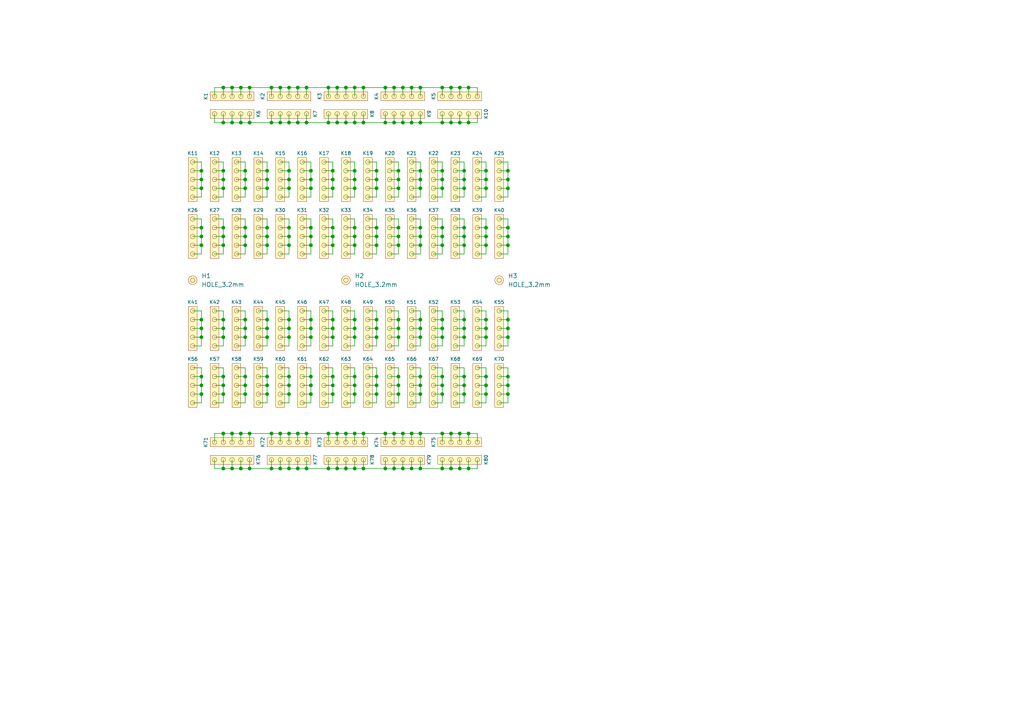
<source format=kicad_sch>
(kicad_sch (version 20210126) (generator eeschema)
  (paper "A4")
  (title_block (title "PCB breadboard") (date "2021-04-07") (rev "v1.0") (comment 1 "SKU"))
  (lib_symbols
    (symbol "e-radionica.com schematics:HEADER_MALE_5X1" (pin_numbers hide) (pin_names hide)
      (property "Reference" "K" (at -0.635 7.62 0))
      (property "Value" "HEADER_MALE_5X1" (at 0.635 -7.62 0))
      (symbol "HEADER_MALE_5X1_1_1"
        (pin passive line (at 0 -5.08 180) (length 0) (name "~") (number "1"))
        (pin passive line (at 0 -2.54 180) (length 0) (name "~") (number "2"))
        (pin passive line (at 0 0 180) (length 0) (name "~") (number "3"))
        (pin passive line (at 0 2.54 180) (length 0) (name "~") (number "4"))
        (pin passive line (at 0 5.08 180) (length 0) (name "~") (number "5"))
      )
    )
    (symbol "e-radionica.com schematics:HOLE_3.2mm" (pin_numbers hide) (pin_names hide)
      (property "Reference" "H" (at 0 2.54 0))
      (property "Value" "HOLE_3.2mm" (at 0 -2.54 0))
    )
  )
  (junction (at 58.42 49.53) (diameter 0.9144))
  (junction (at 58.42 52.07) (diameter 0.9144))
  (junction (at 58.42 54.61) (diameter 0.9144))
  (junction (at 58.42 66.04) (diameter 0.9144))
  (junction (at 58.42 68.58) (diameter 0.9144))
  (junction (at 58.42 71.12) (diameter 0.9144))
  (junction (at 58.42 92.71) (diameter 0.9144))
  (junction (at 58.42 95.25) (diameter 0.9144))
  (junction (at 58.42 97.79) (diameter 0.9144))
  (junction (at 58.42 109.22) (diameter 0.9144))
  (junction (at 58.42 111.76) (diameter 0.9144))
  (junction (at 58.42 114.3) (diameter 0.9144))
  (junction (at 64.77 25.4) (diameter 0.9144))
  (junction (at 64.77 35.56) (diameter 0.9144))
  (junction (at 64.77 49.53) (diameter 0.9144))
  (junction (at 64.77 52.07) (diameter 0.9144))
  (junction (at 64.77 54.61) (diameter 0.9144))
  (junction (at 64.77 66.04) (diameter 0.9144))
  (junction (at 64.77 68.58) (diameter 0.9144))
  (junction (at 64.77 71.12) (diameter 0.9144))
  (junction (at 64.77 92.71) (diameter 0.9144))
  (junction (at 64.77 95.25) (diameter 0.9144))
  (junction (at 64.77 97.79) (diameter 0.9144))
  (junction (at 64.77 109.22) (diameter 0.9144))
  (junction (at 64.77 111.76) (diameter 0.9144))
  (junction (at 64.77 114.3) (diameter 0.9144))
  (junction (at 64.77 125.73) (diameter 0.9144))
  (junction (at 64.77 135.89) (diameter 0.9144))
  (junction (at 67.31 25.4) (diameter 0.9144))
  (junction (at 67.31 35.56) (diameter 0.9144))
  (junction (at 67.31 125.73) (diameter 0.9144))
  (junction (at 67.31 135.89) (diameter 0.9144))
  (junction (at 69.85 25.4) (diameter 0.9144))
  (junction (at 69.85 35.56) (diameter 0.9144))
  (junction (at 69.85 125.73) (diameter 0.9144))
  (junction (at 69.85 135.89) (diameter 0.9144))
  (junction (at 71.12 49.53) (diameter 0.9144))
  (junction (at 71.12 52.07) (diameter 0.9144))
  (junction (at 71.12 54.61) (diameter 0.9144))
  (junction (at 71.12 66.04) (diameter 0.9144))
  (junction (at 71.12 68.58) (diameter 0.9144))
  (junction (at 71.12 71.12) (diameter 0.9144))
  (junction (at 71.12 92.71) (diameter 0.9144))
  (junction (at 71.12 95.25) (diameter 0.9144))
  (junction (at 71.12 97.79) (diameter 0.9144))
  (junction (at 71.12 109.22) (diameter 0.9144))
  (junction (at 71.12 111.76) (diameter 0.9144))
  (junction (at 71.12 114.3) (diameter 0.9144))
  (junction (at 72.39 25.4) (diameter 0.9144))
  (junction (at 72.39 35.56) (diameter 0.9144))
  (junction (at 72.39 125.73) (diameter 0.9144))
  (junction (at 72.39 135.89) (diameter 0.9144))
  (junction (at 77.47 49.53) (diameter 0.9144))
  (junction (at 77.47 52.07) (diameter 0.9144))
  (junction (at 77.47 54.61) (diameter 0.9144))
  (junction (at 77.47 66.04) (diameter 0.9144))
  (junction (at 77.47 68.58) (diameter 0.9144))
  (junction (at 77.47 71.12) (diameter 0.9144))
  (junction (at 77.47 92.71) (diameter 0.9144))
  (junction (at 77.47 95.25) (diameter 0.9144))
  (junction (at 77.47 97.79) (diameter 0.9144))
  (junction (at 77.47 109.22) (diameter 0.9144))
  (junction (at 77.47 111.76) (diameter 0.9144))
  (junction (at 77.47 114.3) (diameter 0.9144))
  (junction (at 78.74 25.4) (diameter 0.9144))
  (junction (at 78.74 35.56) (diameter 0.9144))
  (junction (at 78.74 125.73) (diameter 0.9144))
  (junction (at 78.74 135.89) (diameter 0.9144))
  (junction (at 81.28 25.4) (diameter 0.9144))
  (junction (at 81.28 35.56) (diameter 0.9144))
  (junction (at 81.28 125.73) (diameter 0.9144))
  (junction (at 81.28 135.89) (diameter 0.9144))
  (junction (at 83.82 25.4) (diameter 0.9144))
  (junction (at 83.82 35.56) (diameter 0.9144))
  (junction (at 83.82 49.53) (diameter 0.9144))
  (junction (at 83.82 52.07) (diameter 0.9144))
  (junction (at 83.82 54.61) (diameter 0.9144))
  (junction (at 83.82 66.04) (diameter 0.9144))
  (junction (at 83.82 68.58) (diameter 0.9144))
  (junction (at 83.82 71.12) (diameter 0.9144))
  (junction (at 83.82 92.71) (diameter 0.9144))
  (junction (at 83.82 95.25) (diameter 0.9144))
  (junction (at 83.82 97.79) (diameter 0.9144))
  (junction (at 83.82 109.22) (diameter 0.9144))
  (junction (at 83.82 111.76) (diameter 0.9144))
  (junction (at 83.82 114.3) (diameter 0.9144))
  (junction (at 83.82 125.73) (diameter 0.9144))
  (junction (at 83.82 135.89) (diameter 0.9144))
  (junction (at 86.36 25.4) (diameter 0.9144))
  (junction (at 86.36 35.56) (diameter 0.9144))
  (junction (at 86.36 125.73) (diameter 0.9144))
  (junction (at 86.36 135.89) (diameter 0.9144))
  (junction (at 88.9 25.4) (diameter 0.9144))
  (junction (at 88.9 35.56) (diameter 0.9144))
  (junction (at 88.9 125.73) (diameter 0.9144))
  (junction (at 88.9 135.89) (diameter 0.9144))
  (junction (at 90.17 49.53) (diameter 0.9144))
  (junction (at 90.17 52.07) (diameter 0.9144))
  (junction (at 90.17 54.61) (diameter 0.9144))
  (junction (at 90.17 66.04) (diameter 0.9144))
  (junction (at 90.17 68.58) (diameter 0.9144))
  (junction (at 90.17 71.12) (diameter 0.9144))
  (junction (at 90.17 92.71) (diameter 0.9144))
  (junction (at 90.17 95.25) (diameter 0.9144))
  (junction (at 90.17 97.79) (diameter 0.9144))
  (junction (at 90.17 109.22) (diameter 0.9144))
  (junction (at 90.17 111.76) (diameter 0.9144))
  (junction (at 90.17 114.3) (diameter 0.9144))
  (junction (at 95.25 25.4) (diameter 0.9144))
  (junction (at 95.25 35.56) (diameter 0.9144))
  (junction (at 95.25 125.73) (diameter 0.9144))
  (junction (at 95.25 135.89) (diameter 0.9144))
  (junction (at 96.52 49.53) (diameter 0.9144))
  (junction (at 96.52 52.07) (diameter 0.9144))
  (junction (at 96.52 54.61) (diameter 0.9144))
  (junction (at 96.52 66.04) (diameter 0.9144))
  (junction (at 96.52 68.58) (diameter 0.9144))
  (junction (at 96.52 71.12) (diameter 0.9144))
  (junction (at 96.52 92.71) (diameter 0.9144))
  (junction (at 96.52 95.25) (diameter 0.9144))
  (junction (at 96.52 97.79) (diameter 0.9144))
  (junction (at 96.52 109.22) (diameter 0.9144))
  (junction (at 96.52 111.76) (diameter 0.9144))
  (junction (at 96.52 114.3) (diameter 0.9144))
  (junction (at 97.79 25.4) (diameter 0.9144))
  (junction (at 97.79 35.56) (diameter 0.9144))
  (junction (at 97.79 125.73) (diameter 0.9144))
  (junction (at 97.79 135.89) (diameter 0.9144))
  (junction (at 100.33 25.4) (diameter 0.9144))
  (junction (at 100.33 35.56) (diameter 0.9144))
  (junction (at 100.33 125.73) (diameter 0.9144))
  (junction (at 100.33 135.89) (diameter 0.9144))
  (junction (at 102.87 25.4) (diameter 0.9144))
  (junction (at 102.87 35.56) (diameter 0.9144))
  (junction (at 102.87 49.53) (diameter 0.9144))
  (junction (at 102.87 52.07) (diameter 0.9144))
  (junction (at 102.87 54.61) (diameter 0.9144))
  (junction (at 102.87 66.04) (diameter 0.9144))
  (junction (at 102.87 68.58) (diameter 0.9144))
  (junction (at 102.87 71.12) (diameter 0.9144))
  (junction (at 102.87 92.71) (diameter 0.9144))
  (junction (at 102.87 95.25) (diameter 0.9144))
  (junction (at 102.87 97.79) (diameter 0.9144))
  (junction (at 102.87 109.22) (diameter 0.9144))
  (junction (at 102.87 111.76) (diameter 0.9144))
  (junction (at 102.87 114.3) (diameter 0.9144))
  (junction (at 102.87 125.73) (diameter 0.9144))
  (junction (at 102.87 135.89) (diameter 0.9144))
  (junction (at 105.41 25.4) (diameter 0.9144))
  (junction (at 105.41 35.56) (diameter 0.9144))
  (junction (at 105.41 125.73) (diameter 0.9144))
  (junction (at 105.41 135.89) (diameter 0.9144))
  (junction (at 109.22 49.53) (diameter 0.9144))
  (junction (at 109.22 52.07) (diameter 0.9144))
  (junction (at 109.22 54.61) (diameter 0.9144))
  (junction (at 109.22 66.04) (diameter 0.9144))
  (junction (at 109.22 68.58) (diameter 0.9144))
  (junction (at 109.22 71.12) (diameter 0.9144))
  (junction (at 109.22 92.71) (diameter 0.9144))
  (junction (at 109.22 95.25) (diameter 0.9144))
  (junction (at 109.22 97.79) (diameter 0.9144))
  (junction (at 109.22 109.22) (diameter 0.9144))
  (junction (at 109.22 111.76) (diameter 0.9144))
  (junction (at 109.22 114.3) (diameter 0.9144))
  (junction (at 111.76 25.4) (diameter 0.9144))
  (junction (at 111.76 35.56) (diameter 0.9144))
  (junction (at 111.76 125.73) (diameter 0.9144))
  (junction (at 111.76 135.89) (diameter 0.9144))
  (junction (at 114.3 25.4) (diameter 0.9144))
  (junction (at 114.3 35.56) (diameter 0.9144))
  (junction (at 114.3 125.73) (diameter 0.9144))
  (junction (at 114.3 135.89) (diameter 0.9144))
  (junction (at 115.57 49.53) (diameter 0.9144))
  (junction (at 115.57 52.07) (diameter 0.9144))
  (junction (at 115.57 54.61) (diameter 0.9144))
  (junction (at 115.57 66.04) (diameter 0.9144))
  (junction (at 115.57 68.58) (diameter 0.9144))
  (junction (at 115.57 71.12) (diameter 0.9144))
  (junction (at 115.57 92.71) (diameter 0.9144))
  (junction (at 115.57 95.25) (diameter 0.9144))
  (junction (at 115.57 97.79) (diameter 0.9144))
  (junction (at 115.57 109.22) (diameter 0.9144))
  (junction (at 115.57 111.76) (diameter 0.9144))
  (junction (at 115.57 114.3) (diameter 0.9144))
  (junction (at 116.84 25.4) (diameter 0.9144))
  (junction (at 116.84 35.56) (diameter 0.9144))
  (junction (at 116.84 125.73) (diameter 0.9144))
  (junction (at 116.84 135.89) (diameter 0.9144))
  (junction (at 119.38 25.4) (diameter 0.9144))
  (junction (at 119.38 35.56) (diameter 0.9144))
  (junction (at 119.38 125.73) (diameter 0.9144))
  (junction (at 119.38 135.89) (diameter 0.9144))
  (junction (at 121.92 25.4) (diameter 0.9144))
  (junction (at 121.92 35.56) (diameter 0.9144))
  (junction (at 121.92 49.53) (diameter 0.9144))
  (junction (at 121.92 52.07) (diameter 0.9144))
  (junction (at 121.92 54.61) (diameter 0.9144))
  (junction (at 121.92 66.04) (diameter 0.9144))
  (junction (at 121.92 68.58) (diameter 0.9144))
  (junction (at 121.92 71.12) (diameter 0.9144))
  (junction (at 121.92 92.71) (diameter 0.9144))
  (junction (at 121.92 95.25) (diameter 0.9144))
  (junction (at 121.92 97.79) (diameter 0.9144))
  (junction (at 121.92 109.22) (diameter 0.9144))
  (junction (at 121.92 111.76) (diameter 0.9144))
  (junction (at 121.92 114.3) (diameter 0.9144))
  (junction (at 121.92 125.73) (diameter 0.9144))
  (junction (at 121.92 135.89) (diameter 0.9144))
  (junction (at 128.27 25.4) (diameter 0.9144))
  (junction (at 128.27 35.56) (diameter 0.9144))
  (junction (at 128.27 49.53) (diameter 0.9144))
  (junction (at 128.27 52.07) (diameter 0.9144))
  (junction (at 128.27 54.61) (diameter 0.9144))
  (junction (at 128.27 66.04) (diameter 0.9144))
  (junction (at 128.27 68.58) (diameter 0.9144))
  (junction (at 128.27 71.12) (diameter 0.9144))
  (junction (at 128.27 92.71) (diameter 0.9144))
  (junction (at 128.27 95.25) (diameter 0.9144))
  (junction (at 128.27 97.79) (diameter 0.9144))
  (junction (at 128.27 109.22) (diameter 0.9144))
  (junction (at 128.27 111.76) (diameter 0.9144))
  (junction (at 128.27 114.3) (diameter 0.9144))
  (junction (at 128.27 125.73) (diameter 0.9144))
  (junction (at 128.27 135.89) (diameter 0.9144))
  (junction (at 130.81 25.4) (diameter 0.9144))
  (junction (at 130.81 35.56) (diameter 0.9144))
  (junction (at 130.81 125.73) (diameter 0.9144))
  (junction (at 130.81 135.89) (diameter 0.9144))
  (junction (at 133.35 25.4) (diameter 0.9144))
  (junction (at 133.35 35.56) (diameter 0.9144))
  (junction (at 133.35 125.73) (diameter 0.9144))
  (junction (at 133.35 135.89) (diameter 0.9144))
  (junction (at 134.62 49.53) (diameter 0.9144))
  (junction (at 134.62 52.07) (diameter 0.9144))
  (junction (at 134.62 54.61) (diameter 0.9144))
  (junction (at 134.62 66.04) (diameter 0.9144))
  (junction (at 134.62 68.58) (diameter 0.9144))
  (junction (at 134.62 71.12) (diameter 0.9144))
  (junction (at 134.62 92.71) (diameter 0.9144))
  (junction (at 134.62 95.25) (diameter 0.9144))
  (junction (at 134.62 97.79) (diameter 0.9144))
  (junction (at 134.62 109.22) (diameter 0.9144))
  (junction (at 134.62 111.76) (diameter 0.9144))
  (junction (at 134.62 114.3) (diameter 0.9144))
  (junction (at 135.89 25.4) (diameter 0.9144))
  (junction (at 135.89 35.56) (diameter 0.9144))
  (junction (at 135.89 125.73) (diameter 0.9144))
  (junction (at 135.89 135.89) (diameter 0.9144))
  (junction (at 140.97 49.53) (diameter 0.9144))
  (junction (at 140.97 52.07) (diameter 0.9144))
  (junction (at 140.97 54.61) (diameter 0.9144))
  (junction (at 140.97 66.04) (diameter 0.9144))
  (junction (at 140.97 68.58) (diameter 0.9144))
  (junction (at 140.97 71.12) (diameter 0.9144))
  (junction (at 140.97 92.71) (diameter 0.9144))
  (junction (at 140.97 95.25) (diameter 0.9144))
  (junction (at 140.97 97.79) (diameter 0.9144))
  (junction (at 140.97 109.22) (diameter 0.9144))
  (junction (at 140.97 111.76) (diameter 0.9144))
  (junction (at 140.97 114.3) (diameter 0.9144))
  (junction (at 147.32 49.53) (diameter 0.9144))
  (junction (at 147.32 52.07) (diameter 0.9144))
  (junction (at 147.32 54.61) (diameter 0.9144))
  (junction (at 147.32 66.04) (diameter 0.9144))
  (junction (at 147.32 68.58) (diameter 0.9144))
  (junction (at 147.32 71.12) (diameter 0.9144))
  (junction (at 147.32 92.71) (diameter 0.9144))
  (junction (at 147.32 95.25) (diameter 0.9144))
  (junction (at 147.32 97.79) (diameter 0.9144))
  (junction (at 147.32 109.22) (diameter 0.9144))
  (junction (at 147.32 111.76) (diameter 0.9144))
  (junction (at 147.32 114.3) (diameter 0.9144))
  (wire (pts (xy 55.88 46.99) (xy 58.42 46.99)))
  (wire (pts (xy 55.88 49.53) (xy 58.42 49.53)))
  (wire (pts (xy 55.88 52.07) (xy 58.42 52.07)))
  (wire (pts (xy 55.88 54.61) (xy 58.42 54.61)))
  (wire (pts (xy 55.88 57.15) (xy 58.42 57.15)))
  (wire (pts (xy 55.88 63.5) (xy 58.42 63.5)))
  (wire (pts (xy 55.88 66.04) (xy 58.42 66.04)))
  (wire (pts (xy 55.88 68.58) (xy 58.42 68.58)))
  (wire (pts (xy 55.88 71.12) (xy 58.42 71.12)))
  (wire (pts (xy 55.88 73.66) (xy 58.42 73.66)))
  (wire (pts (xy 55.88 90.17) (xy 58.42 90.17)))
  (wire (pts (xy 55.88 92.71) (xy 58.42 92.71)))
  (wire (pts (xy 55.88 95.25) (xy 58.42 95.25)))
  (wire (pts (xy 55.88 97.79) (xy 58.42 97.79)))
  (wire (pts (xy 55.88 100.33) (xy 58.42 100.33)))
  (wire (pts (xy 55.88 106.68) (xy 58.42 106.68)))
  (wire (pts (xy 55.88 109.22) (xy 58.42 109.22)))
  (wire (pts (xy 55.88 111.76) (xy 58.42 111.76)))
  (wire (pts (xy 55.88 114.3) (xy 58.42 114.3)))
  (wire (pts (xy 55.88 116.84) (xy 58.42 116.84)))
  (wire (pts (xy 58.42 46.99) (xy 58.42 49.53)))
  (wire (pts (xy 58.42 49.53) (xy 58.42 52.07)))
  (wire (pts (xy 58.42 52.07) (xy 58.42 54.61)))
  (wire (pts (xy 58.42 54.61) (xy 58.42 57.15)))
  (wire (pts (xy 58.42 63.5) (xy 58.42 66.04)))
  (wire (pts (xy 58.42 66.04) (xy 58.42 68.58)))
  (wire (pts (xy 58.42 68.58) (xy 58.42 71.12)))
  (wire (pts (xy 58.42 71.12) (xy 58.42 73.66)))
  (wire (pts (xy 58.42 90.17) (xy 58.42 92.71)))
  (wire (pts (xy 58.42 92.71) (xy 58.42 95.25)))
  (wire (pts (xy 58.42 95.25) (xy 58.42 97.79)))
  (wire (pts (xy 58.42 97.79) (xy 58.42 100.33)))
  (wire (pts (xy 58.42 106.68) (xy 58.42 109.22)))
  (wire (pts (xy 58.42 109.22) (xy 58.42 111.76)))
  (wire (pts (xy 58.42 111.76) (xy 58.42 114.3)))
  (wire (pts (xy 58.42 114.3) (xy 58.42 116.84)))
  (wire (pts (xy 62.23 25.4) (xy 64.77 25.4)))
  (wire (pts (xy 62.23 27.94) (xy 62.23 25.4)))
  (wire (pts (xy 62.23 33.02) (xy 62.23 35.56)))
  (wire (pts (xy 62.23 46.99) (xy 64.77 46.99)))
  (wire (pts (xy 62.23 49.53) (xy 64.77 49.53)))
  (wire (pts (xy 62.23 52.07) (xy 64.77 52.07)))
  (wire (pts (xy 62.23 54.61) (xy 64.77 54.61)))
  (wire (pts (xy 62.23 57.15) (xy 64.77 57.15)))
  (wire (pts (xy 62.23 63.5) (xy 64.77 63.5)))
  (wire (pts (xy 62.23 66.04) (xy 64.77 66.04)))
  (wire (pts (xy 62.23 68.58) (xy 64.77 68.58)))
  (wire (pts (xy 62.23 71.12) (xy 64.77 71.12)))
  (wire (pts (xy 62.23 73.66) (xy 64.77 73.66)))
  (wire (pts (xy 62.23 90.17) (xy 64.77 90.17)))
  (wire (pts (xy 62.23 92.71) (xy 64.77 92.71)))
  (wire (pts (xy 62.23 95.25) (xy 64.77 95.25)))
  (wire (pts (xy 62.23 97.79) (xy 64.77 97.79)))
  (wire (pts (xy 62.23 100.33) (xy 64.77 100.33)))
  (wire (pts (xy 62.23 106.68) (xy 64.77 106.68)))
  (wire (pts (xy 62.23 109.22) (xy 64.77 109.22)))
  (wire (pts (xy 62.23 111.76) (xy 64.77 111.76)))
  (wire (pts (xy 62.23 114.3) (xy 64.77 114.3)))
  (wire (pts (xy 62.23 116.84) (xy 64.77 116.84)))
  (wire (pts (xy 62.23 125.73) (xy 64.77 125.73)))
  (wire (pts (xy 62.23 128.27) (xy 62.23 125.73)))
  (wire (pts (xy 62.23 133.35) (xy 62.23 135.89)))
  (wire (pts (xy 64.77 25.4) (xy 67.31 25.4)))
  (wire (pts (xy 64.77 27.94) (xy 64.77 25.4)))
  (wire (pts (xy 64.77 33.02) (xy 64.77 35.56)))
  (wire (pts (xy 64.77 35.56) (xy 62.23 35.56)))
  (wire (pts (xy 64.77 46.99) (xy 64.77 49.53)))
  (wire (pts (xy 64.77 49.53) (xy 64.77 52.07)))
  (wire (pts (xy 64.77 52.07) (xy 64.77 54.61)))
  (wire (pts (xy 64.77 54.61) (xy 64.77 57.15)))
  (wire (pts (xy 64.77 63.5) (xy 64.77 66.04)))
  (wire (pts (xy 64.77 66.04) (xy 64.77 68.58)))
  (wire (pts (xy 64.77 68.58) (xy 64.77 71.12)))
  (wire (pts (xy 64.77 71.12) (xy 64.77 73.66)))
  (wire (pts (xy 64.77 90.17) (xy 64.77 92.71)))
  (wire (pts (xy 64.77 92.71) (xy 64.77 95.25)))
  (wire (pts (xy 64.77 95.25) (xy 64.77 97.79)))
  (wire (pts (xy 64.77 97.79) (xy 64.77 100.33)))
  (wire (pts (xy 64.77 106.68) (xy 64.77 109.22)))
  (wire (pts (xy 64.77 109.22) (xy 64.77 111.76)))
  (wire (pts (xy 64.77 111.76) (xy 64.77 114.3)))
  (wire (pts (xy 64.77 114.3) (xy 64.77 116.84)))
  (wire (pts (xy 64.77 125.73) (xy 67.31 125.73)))
  (wire (pts (xy 64.77 128.27) (xy 64.77 125.73)))
  (wire (pts (xy 64.77 133.35) (xy 64.77 135.89)))
  (wire (pts (xy 64.77 135.89) (xy 62.23 135.89)))
  (wire (pts (xy 67.31 25.4) (xy 69.85 25.4)))
  (wire (pts (xy 67.31 27.94) (xy 67.31 25.4)))
  (wire (pts (xy 67.31 33.02) (xy 67.31 35.56)))
  (wire (pts (xy 67.31 35.56) (xy 64.77 35.56)))
  (wire (pts (xy 67.31 125.73) (xy 69.85 125.73)))
  (wire (pts (xy 67.31 128.27) (xy 67.31 125.73)))
  (wire (pts (xy 67.31 133.35) (xy 67.31 135.89)))
  (wire (pts (xy 67.31 135.89) (xy 64.77 135.89)))
  (wire (pts (xy 68.58 46.99) (xy 71.12 46.99)))
  (wire (pts (xy 68.58 49.53) (xy 71.12 49.53)))
  (wire (pts (xy 68.58 52.07) (xy 71.12 52.07)))
  (wire (pts (xy 68.58 54.61) (xy 71.12 54.61)))
  (wire (pts (xy 68.58 57.15) (xy 71.12 57.15)))
  (wire (pts (xy 68.58 63.5) (xy 71.12 63.5)))
  (wire (pts (xy 68.58 66.04) (xy 71.12 66.04)))
  (wire (pts (xy 68.58 68.58) (xy 71.12 68.58)))
  (wire (pts (xy 68.58 71.12) (xy 71.12 71.12)))
  (wire (pts (xy 68.58 73.66) (xy 71.12 73.66)))
  (wire (pts (xy 68.58 90.17) (xy 71.12 90.17)))
  (wire (pts (xy 68.58 92.71) (xy 71.12 92.71)))
  (wire (pts (xy 68.58 95.25) (xy 71.12 95.25)))
  (wire (pts (xy 68.58 97.79) (xy 71.12 97.79)))
  (wire (pts (xy 68.58 100.33) (xy 71.12 100.33)))
  (wire (pts (xy 68.58 106.68) (xy 71.12 106.68)))
  (wire (pts (xy 68.58 109.22) (xy 71.12 109.22)))
  (wire (pts (xy 68.58 111.76) (xy 71.12 111.76)))
  (wire (pts (xy 68.58 114.3) (xy 71.12 114.3)))
  (wire (pts (xy 68.58 116.84) (xy 71.12 116.84)))
  (wire (pts (xy 69.85 25.4) (xy 72.39 25.4)))
  (wire (pts (xy 69.85 27.94) (xy 69.85 25.4)))
  (wire (pts (xy 69.85 33.02) (xy 69.85 35.56)))
  (wire (pts (xy 69.85 35.56) (xy 67.31 35.56)))
  (wire (pts (xy 69.85 125.73) (xy 72.39 125.73)))
  (wire (pts (xy 69.85 128.27) (xy 69.85 125.73)))
  (wire (pts (xy 69.85 133.35) (xy 69.85 135.89)))
  (wire (pts (xy 69.85 135.89) (xy 67.31 135.89)))
  (wire (pts (xy 71.12 46.99) (xy 71.12 49.53)))
  (wire (pts (xy 71.12 49.53) (xy 71.12 52.07)))
  (wire (pts (xy 71.12 52.07) (xy 71.12 54.61)))
  (wire (pts (xy 71.12 54.61) (xy 71.12 57.15)))
  (wire (pts (xy 71.12 63.5) (xy 71.12 66.04)))
  (wire (pts (xy 71.12 66.04) (xy 71.12 68.58)))
  (wire (pts (xy 71.12 68.58) (xy 71.12 71.12)))
  (wire (pts (xy 71.12 71.12) (xy 71.12 73.66)))
  (wire (pts (xy 71.12 90.17) (xy 71.12 92.71)))
  (wire (pts (xy 71.12 92.71) (xy 71.12 95.25)))
  (wire (pts (xy 71.12 95.25) (xy 71.12 97.79)))
  (wire (pts (xy 71.12 97.79) (xy 71.12 100.33)))
  (wire (pts (xy 71.12 106.68) (xy 71.12 109.22)))
  (wire (pts (xy 71.12 109.22) (xy 71.12 111.76)))
  (wire (pts (xy 71.12 111.76) (xy 71.12 114.3)))
  (wire (pts (xy 71.12 114.3) (xy 71.12 116.84)))
  (wire (pts (xy 72.39 25.4) (xy 78.74 25.4)))
  (wire (pts (xy 72.39 27.94) (xy 72.39 25.4)))
  (wire (pts (xy 72.39 33.02) (xy 72.39 35.56)))
  (wire (pts (xy 72.39 35.56) (xy 69.85 35.56)))
  (wire (pts (xy 72.39 35.56) (xy 78.74 35.56)))
  (wire (pts (xy 72.39 125.73) (xy 78.74 125.73)))
  (wire (pts (xy 72.39 128.27) (xy 72.39 125.73)))
  (wire (pts (xy 72.39 133.35) (xy 72.39 135.89)))
  (wire (pts (xy 72.39 135.89) (xy 69.85 135.89)))
  (wire (pts (xy 72.39 135.89) (xy 78.74 135.89)))
  (wire (pts (xy 74.93 46.99) (xy 77.47 46.99)))
  (wire (pts (xy 74.93 49.53) (xy 77.47 49.53)))
  (wire (pts (xy 74.93 52.07) (xy 77.47 52.07)))
  (wire (pts (xy 74.93 54.61) (xy 77.47 54.61)))
  (wire (pts (xy 74.93 57.15) (xy 77.47 57.15)))
  (wire (pts (xy 74.93 63.5) (xy 77.47 63.5)))
  (wire (pts (xy 74.93 66.04) (xy 77.47 66.04)))
  (wire (pts (xy 74.93 68.58) (xy 77.47 68.58)))
  (wire (pts (xy 74.93 71.12) (xy 77.47 71.12)))
  (wire (pts (xy 74.93 73.66) (xy 77.47 73.66)))
  (wire (pts (xy 74.93 90.17) (xy 77.47 90.17)))
  (wire (pts (xy 74.93 92.71) (xy 77.47 92.71)))
  (wire (pts (xy 74.93 95.25) (xy 77.47 95.25)))
  (wire (pts (xy 74.93 97.79) (xy 77.47 97.79)))
  (wire (pts (xy 74.93 100.33) (xy 77.47 100.33)))
  (wire (pts (xy 74.93 106.68) (xy 77.47 106.68)))
  (wire (pts (xy 74.93 109.22) (xy 77.47 109.22)))
  (wire (pts (xy 74.93 111.76) (xy 77.47 111.76)))
  (wire (pts (xy 74.93 114.3) (xy 77.47 114.3)))
  (wire (pts (xy 74.93 116.84) (xy 77.47 116.84)))
  (wire (pts (xy 77.47 46.99) (xy 77.47 49.53)))
  (wire (pts (xy 77.47 49.53) (xy 77.47 52.07)))
  (wire (pts (xy 77.47 52.07) (xy 77.47 54.61)))
  (wire (pts (xy 77.47 54.61) (xy 77.47 57.15)))
  (wire (pts (xy 77.47 63.5) (xy 77.47 66.04)))
  (wire (pts (xy 77.47 66.04) (xy 77.47 68.58)))
  (wire (pts (xy 77.47 68.58) (xy 77.47 71.12)))
  (wire (pts (xy 77.47 71.12) (xy 77.47 73.66)))
  (wire (pts (xy 77.47 90.17) (xy 77.47 92.71)))
  (wire (pts (xy 77.47 92.71) (xy 77.47 95.25)))
  (wire (pts (xy 77.47 95.25) (xy 77.47 97.79)))
  (wire (pts (xy 77.47 97.79) (xy 77.47 100.33)))
  (wire (pts (xy 77.47 106.68) (xy 77.47 109.22)))
  (wire (pts (xy 77.47 109.22) (xy 77.47 111.76)))
  (wire (pts (xy 77.47 111.76) (xy 77.47 114.3)))
  (wire (pts (xy 77.47 114.3) (xy 77.47 116.84)))
  (wire (pts (xy 78.74 25.4) (xy 81.28 25.4)))
  (wire (pts (xy 78.74 27.94) (xy 78.74 25.4)))
  (wire (pts (xy 78.74 33.02) (xy 78.74 35.56)))
  (wire (pts (xy 78.74 125.73) (xy 81.28 125.73)))
  (wire (pts (xy 78.74 128.27) (xy 78.74 125.73)))
  (wire (pts (xy 78.74 133.35) (xy 78.74 135.89)))
  (wire (pts (xy 81.28 25.4) (xy 83.82 25.4)))
  (wire (pts (xy 81.28 27.94) (xy 81.28 25.4)))
  (wire (pts (xy 81.28 33.02) (xy 81.28 35.56)))
  (wire (pts (xy 81.28 35.56) (xy 78.74 35.56)))
  (wire (pts (xy 81.28 46.99) (xy 83.82 46.99)))
  (wire (pts (xy 81.28 49.53) (xy 83.82 49.53)))
  (wire (pts (xy 81.28 52.07) (xy 83.82 52.07)))
  (wire (pts (xy 81.28 54.61) (xy 83.82 54.61)))
  (wire (pts (xy 81.28 57.15) (xy 83.82 57.15)))
  (wire (pts (xy 81.28 63.5) (xy 83.82 63.5)))
  (wire (pts (xy 81.28 66.04) (xy 83.82 66.04)))
  (wire (pts (xy 81.28 68.58) (xy 83.82 68.58)))
  (wire (pts (xy 81.28 71.12) (xy 83.82 71.12)))
  (wire (pts (xy 81.28 73.66) (xy 83.82 73.66)))
  (wire (pts (xy 81.28 90.17) (xy 83.82 90.17)))
  (wire (pts (xy 81.28 92.71) (xy 83.82 92.71)))
  (wire (pts (xy 81.28 95.25) (xy 83.82 95.25)))
  (wire (pts (xy 81.28 97.79) (xy 83.82 97.79)))
  (wire (pts (xy 81.28 100.33) (xy 83.82 100.33)))
  (wire (pts (xy 81.28 106.68) (xy 83.82 106.68)))
  (wire (pts (xy 81.28 109.22) (xy 83.82 109.22)))
  (wire (pts (xy 81.28 111.76) (xy 83.82 111.76)))
  (wire (pts (xy 81.28 114.3) (xy 83.82 114.3)))
  (wire (pts (xy 81.28 116.84) (xy 83.82 116.84)))
  (wire (pts (xy 81.28 125.73) (xy 83.82 125.73)))
  (wire (pts (xy 81.28 128.27) (xy 81.28 125.73)))
  (wire (pts (xy 81.28 133.35) (xy 81.28 135.89)))
  (wire (pts (xy 81.28 135.89) (xy 78.74 135.89)))
  (wire (pts (xy 83.82 25.4) (xy 86.36 25.4)))
  (wire (pts (xy 83.82 27.94) (xy 83.82 25.4)))
  (wire (pts (xy 83.82 33.02) (xy 83.82 35.56)))
  (wire (pts (xy 83.82 35.56) (xy 81.28 35.56)))
  (wire (pts (xy 83.82 46.99) (xy 83.82 49.53)))
  (wire (pts (xy 83.82 49.53) (xy 83.82 52.07)))
  (wire (pts (xy 83.82 52.07) (xy 83.82 54.61)))
  (wire (pts (xy 83.82 54.61) (xy 83.82 57.15)))
  (wire (pts (xy 83.82 63.5) (xy 83.82 66.04)))
  (wire (pts (xy 83.82 66.04) (xy 83.82 68.58)))
  (wire (pts (xy 83.82 68.58) (xy 83.82 71.12)))
  (wire (pts (xy 83.82 71.12) (xy 83.82 73.66)))
  (wire (pts (xy 83.82 90.17) (xy 83.82 92.71)))
  (wire (pts (xy 83.82 92.71) (xy 83.82 95.25)))
  (wire (pts (xy 83.82 95.25) (xy 83.82 97.79)))
  (wire (pts (xy 83.82 97.79) (xy 83.82 100.33)))
  (wire (pts (xy 83.82 106.68) (xy 83.82 109.22)))
  (wire (pts (xy 83.82 109.22) (xy 83.82 111.76)))
  (wire (pts (xy 83.82 111.76) (xy 83.82 114.3)))
  (wire (pts (xy 83.82 114.3) (xy 83.82 116.84)))
  (wire (pts (xy 83.82 125.73) (xy 86.36 125.73)))
  (wire (pts (xy 83.82 128.27) (xy 83.82 125.73)))
  (wire (pts (xy 83.82 133.35) (xy 83.82 135.89)))
  (wire (pts (xy 83.82 135.89) (xy 81.28 135.89)))
  (wire (pts (xy 86.36 25.4) (xy 88.9 25.4)))
  (wire (pts (xy 86.36 27.94) (xy 86.36 25.4)))
  (wire (pts (xy 86.36 33.02) (xy 86.36 35.56)))
  (wire (pts (xy 86.36 35.56) (xy 83.82 35.56)))
  (wire (pts (xy 86.36 125.73) (xy 88.9 125.73)))
  (wire (pts (xy 86.36 128.27) (xy 86.36 125.73)))
  (wire (pts (xy 86.36 133.35) (xy 86.36 135.89)))
  (wire (pts (xy 86.36 135.89) (xy 83.82 135.89)))
  (wire (pts (xy 87.63 46.99) (xy 90.17 46.99)))
  (wire (pts (xy 87.63 49.53) (xy 90.17 49.53)))
  (wire (pts (xy 87.63 52.07) (xy 90.17 52.07)))
  (wire (pts (xy 87.63 54.61) (xy 90.17 54.61)))
  (wire (pts (xy 87.63 57.15) (xy 90.17 57.15)))
  (wire (pts (xy 87.63 63.5) (xy 90.17 63.5)))
  (wire (pts (xy 87.63 66.04) (xy 90.17 66.04)))
  (wire (pts (xy 87.63 68.58) (xy 90.17 68.58)))
  (wire (pts (xy 87.63 71.12) (xy 90.17 71.12)))
  (wire (pts (xy 87.63 73.66) (xy 90.17 73.66)))
  (wire (pts (xy 87.63 90.17) (xy 90.17 90.17)))
  (wire (pts (xy 87.63 92.71) (xy 90.17 92.71)))
  (wire (pts (xy 87.63 95.25) (xy 90.17 95.25)))
  (wire (pts (xy 87.63 97.79) (xy 90.17 97.79)))
  (wire (pts (xy 87.63 100.33) (xy 90.17 100.33)))
  (wire (pts (xy 87.63 106.68) (xy 90.17 106.68)))
  (wire (pts (xy 87.63 109.22) (xy 90.17 109.22)))
  (wire (pts (xy 87.63 111.76) (xy 90.17 111.76)))
  (wire (pts (xy 87.63 114.3) (xy 90.17 114.3)))
  (wire (pts (xy 87.63 116.84) (xy 90.17 116.84)))
  (wire (pts (xy 88.9 25.4) (xy 95.25 25.4)))
  (wire (pts (xy 88.9 27.94) (xy 88.9 25.4)))
  (wire (pts (xy 88.9 33.02) (xy 88.9 35.56)))
  (wire (pts (xy 88.9 35.56) (xy 86.36 35.56)))
  (wire (pts (xy 88.9 35.56) (xy 95.25 35.56)))
  (wire (pts (xy 88.9 125.73) (xy 95.25 125.73)))
  (wire (pts (xy 88.9 128.27) (xy 88.9 125.73)))
  (wire (pts (xy 88.9 133.35) (xy 88.9 135.89)))
  (wire (pts (xy 88.9 135.89) (xy 86.36 135.89)))
  (wire (pts (xy 88.9 135.89) (xy 95.25 135.89)))
  (wire (pts (xy 90.17 46.99) (xy 90.17 49.53)))
  (wire (pts (xy 90.17 49.53) (xy 90.17 52.07)))
  (wire (pts (xy 90.17 52.07) (xy 90.17 54.61)))
  (wire (pts (xy 90.17 54.61) (xy 90.17 57.15)))
  (wire (pts (xy 90.17 63.5) (xy 90.17 66.04)))
  (wire (pts (xy 90.17 66.04) (xy 90.17 68.58)))
  (wire (pts (xy 90.17 68.58) (xy 90.17 71.12)))
  (wire (pts (xy 90.17 71.12) (xy 90.17 73.66)))
  (wire (pts (xy 90.17 90.17) (xy 90.17 92.71)))
  (wire (pts (xy 90.17 92.71) (xy 90.17 95.25)))
  (wire (pts (xy 90.17 95.25) (xy 90.17 97.79)))
  (wire (pts (xy 90.17 97.79) (xy 90.17 100.33)))
  (wire (pts (xy 90.17 106.68) (xy 90.17 109.22)))
  (wire (pts (xy 90.17 109.22) (xy 90.17 111.76)))
  (wire (pts (xy 90.17 111.76) (xy 90.17 114.3)))
  (wire (pts (xy 90.17 114.3) (xy 90.17 116.84)))
  (wire (pts (xy 93.98 46.99) (xy 96.52 46.99)))
  (wire (pts (xy 93.98 49.53) (xy 96.52 49.53)))
  (wire (pts (xy 93.98 52.07) (xy 96.52 52.07)))
  (wire (pts (xy 93.98 54.61) (xy 96.52 54.61)))
  (wire (pts (xy 93.98 57.15) (xy 96.52 57.15)))
  (wire (pts (xy 93.98 63.5) (xy 96.52 63.5)))
  (wire (pts (xy 93.98 66.04) (xy 96.52 66.04)))
  (wire (pts (xy 93.98 68.58) (xy 96.52 68.58)))
  (wire (pts (xy 93.98 71.12) (xy 96.52 71.12)))
  (wire (pts (xy 93.98 73.66) (xy 96.52 73.66)))
  (wire (pts (xy 93.98 90.17) (xy 96.52 90.17)))
  (wire (pts (xy 93.98 92.71) (xy 96.52 92.71)))
  (wire (pts (xy 93.98 95.25) (xy 96.52 95.25)))
  (wire (pts (xy 93.98 97.79) (xy 96.52 97.79)))
  (wire (pts (xy 93.98 100.33) (xy 96.52 100.33)))
  (wire (pts (xy 93.98 106.68) (xy 96.52 106.68)))
  (wire (pts (xy 93.98 109.22) (xy 96.52 109.22)))
  (wire (pts (xy 93.98 111.76) (xy 96.52 111.76)))
  (wire (pts (xy 93.98 114.3) (xy 96.52 114.3)))
  (wire (pts (xy 93.98 116.84) (xy 96.52 116.84)))
  (wire (pts (xy 95.25 25.4) (xy 97.79 25.4)))
  (wire (pts (xy 95.25 27.94) (xy 95.25 25.4)))
  (wire (pts (xy 95.25 33.02) (xy 95.25 35.56)))
  (wire (pts (xy 95.25 125.73) (xy 97.79 125.73)))
  (wire (pts (xy 95.25 128.27) (xy 95.25 125.73)))
  (wire (pts (xy 95.25 133.35) (xy 95.25 135.89)))
  (wire (pts (xy 96.52 46.99) (xy 96.52 49.53)))
  (wire (pts (xy 96.52 49.53) (xy 96.52 52.07)))
  (wire (pts (xy 96.52 52.07) (xy 96.52 54.61)))
  (wire (pts (xy 96.52 54.61) (xy 96.52 57.15)))
  (wire (pts (xy 96.52 63.5) (xy 96.52 66.04)))
  (wire (pts (xy 96.52 66.04) (xy 96.52 68.58)))
  (wire (pts (xy 96.52 68.58) (xy 96.52 71.12)))
  (wire (pts (xy 96.52 71.12) (xy 96.52 73.66)))
  (wire (pts (xy 96.52 90.17) (xy 96.52 92.71)))
  (wire (pts (xy 96.52 92.71) (xy 96.52 95.25)))
  (wire (pts (xy 96.52 95.25) (xy 96.52 97.79)))
  (wire (pts (xy 96.52 97.79) (xy 96.52 100.33)))
  (wire (pts (xy 96.52 106.68) (xy 96.52 109.22)))
  (wire (pts (xy 96.52 109.22) (xy 96.52 111.76)))
  (wire (pts (xy 96.52 111.76) (xy 96.52 114.3)))
  (wire (pts (xy 96.52 114.3) (xy 96.52 116.84)))
  (wire (pts (xy 97.79 25.4) (xy 100.33 25.4)))
  (wire (pts (xy 97.79 27.94) (xy 97.79 25.4)))
  (wire (pts (xy 97.79 33.02) (xy 97.79 35.56)))
  (wire (pts (xy 97.79 35.56) (xy 95.25 35.56)))
  (wire (pts (xy 97.79 125.73) (xy 100.33 125.73)))
  (wire (pts (xy 97.79 128.27) (xy 97.79 125.73)))
  (wire (pts (xy 97.79 133.35) (xy 97.79 135.89)))
  (wire (pts (xy 97.79 135.89) (xy 95.25 135.89)))
  (wire (pts (xy 100.33 25.4) (xy 102.87 25.4)))
  (wire (pts (xy 100.33 27.94) (xy 100.33 25.4)))
  (wire (pts (xy 100.33 33.02) (xy 100.33 35.56)))
  (wire (pts (xy 100.33 35.56) (xy 97.79 35.56)))
  (wire (pts (xy 100.33 46.99) (xy 102.87 46.99)))
  (wire (pts (xy 100.33 49.53) (xy 102.87 49.53)))
  (wire (pts (xy 100.33 52.07) (xy 102.87 52.07)))
  (wire (pts (xy 100.33 54.61) (xy 102.87 54.61)))
  (wire (pts (xy 100.33 57.15) (xy 102.87 57.15)))
  (wire (pts (xy 100.33 63.5) (xy 102.87 63.5)))
  (wire (pts (xy 100.33 66.04) (xy 102.87 66.04)))
  (wire (pts (xy 100.33 68.58) (xy 102.87 68.58)))
  (wire (pts (xy 100.33 71.12) (xy 102.87 71.12)))
  (wire (pts (xy 100.33 73.66) (xy 102.87 73.66)))
  (wire (pts (xy 100.33 90.17) (xy 102.87 90.17)))
  (wire (pts (xy 100.33 92.71) (xy 102.87 92.71)))
  (wire (pts (xy 100.33 95.25) (xy 102.87 95.25)))
  (wire (pts (xy 100.33 97.79) (xy 102.87 97.79)))
  (wire (pts (xy 100.33 100.33) (xy 102.87 100.33)))
  (wire (pts (xy 100.33 106.68) (xy 102.87 106.68)))
  (wire (pts (xy 100.33 109.22) (xy 102.87 109.22)))
  (wire (pts (xy 100.33 111.76) (xy 102.87 111.76)))
  (wire (pts (xy 100.33 114.3) (xy 102.87 114.3)))
  (wire (pts (xy 100.33 116.84) (xy 102.87 116.84)))
  (wire (pts (xy 100.33 125.73) (xy 102.87 125.73)))
  (wire (pts (xy 100.33 128.27) (xy 100.33 125.73)))
  (wire (pts (xy 100.33 133.35) (xy 100.33 135.89)))
  (wire (pts (xy 100.33 135.89) (xy 97.79 135.89)))
  (wire (pts (xy 102.87 25.4) (xy 105.41 25.4)))
  (wire (pts (xy 102.87 27.94) (xy 102.87 25.4)))
  (wire (pts (xy 102.87 33.02) (xy 102.87 35.56)))
  (wire (pts (xy 102.87 35.56) (xy 100.33 35.56)))
  (wire (pts (xy 102.87 46.99) (xy 102.87 49.53)))
  (wire (pts (xy 102.87 49.53) (xy 102.87 52.07)))
  (wire (pts (xy 102.87 52.07) (xy 102.87 54.61)))
  (wire (pts (xy 102.87 54.61) (xy 102.87 57.15)))
  (wire (pts (xy 102.87 63.5) (xy 102.87 66.04)))
  (wire (pts (xy 102.87 66.04) (xy 102.87 68.58)))
  (wire (pts (xy 102.87 68.58) (xy 102.87 71.12)))
  (wire (pts (xy 102.87 71.12) (xy 102.87 73.66)))
  (wire (pts (xy 102.87 90.17) (xy 102.87 92.71)))
  (wire (pts (xy 102.87 92.71) (xy 102.87 95.25)))
  (wire (pts (xy 102.87 95.25) (xy 102.87 97.79)))
  (wire (pts (xy 102.87 97.79) (xy 102.87 100.33)))
  (wire (pts (xy 102.87 106.68) (xy 102.87 109.22)))
  (wire (pts (xy 102.87 109.22) (xy 102.87 111.76)))
  (wire (pts (xy 102.87 111.76) (xy 102.87 114.3)))
  (wire (pts (xy 102.87 114.3) (xy 102.87 116.84)))
  (wire (pts (xy 102.87 125.73) (xy 105.41 125.73)))
  (wire (pts (xy 102.87 128.27) (xy 102.87 125.73)))
  (wire (pts (xy 102.87 133.35) (xy 102.87 135.89)))
  (wire (pts (xy 102.87 135.89) (xy 100.33 135.89)))
  (wire (pts (xy 105.41 25.4) (xy 111.76 25.4)))
  (wire (pts (xy 105.41 27.94) (xy 105.41 25.4)))
  (wire (pts (xy 105.41 33.02) (xy 105.41 35.56)))
  (wire (pts (xy 105.41 35.56) (xy 102.87 35.56)))
  (wire (pts (xy 105.41 35.56) (xy 111.76 35.56)))
  (wire (pts (xy 105.41 125.73) (xy 111.76 125.73)))
  (wire (pts (xy 105.41 128.27) (xy 105.41 125.73)))
  (wire (pts (xy 105.41 133.35) (xy 105.41 135.89)))
  (wire (pts (xy 105.41 135.89) (xy 102.87 135.89)))
  (wire (pts (xy 105.41 135.89) (xy 111.76 135.89)))
  (wire (pts (xy 106.68 46.99) (xy 109.22 46.99)))
  (wire (pts (xy 106.68 49.53) (xy 109.22 49.53)))
  (wire (pts (xy 106.68 52.07) (xy 109.22 52.07)))
  (wire (pts (xy 106.68 54.61) (xy 109.22 54.61)))
  (wire (pts (xy 106.68 57.15) (xy 109.22 57.15)))
  (wire (pts (xy 106.68 63.5) (xy 109.22 63.5)))
  (wire (pts (xy 106.68 66.04) (xy 109.22 66.04)))
  (wire (pts (xy 106.68 68.58) (xy 109.22 68.58)))
  (wire (pts (xy 106.68 71.12) (xy 109.22 71.12)))
  (wire (pts (xy 106.68 73.66) (xy 109.22 73.66)))
  (wire (pts (xy 106.68 90.17) (xy 109.22 90.17)))
  (wire (pts (xy 106.68 92.71) (xy 109.22 92.71)))
  (wire (pts (xy 106.68 95.25) (xy 109.22 95.25)))
  (wire (pts (xy 106.68 97.79) (xy 109.22 97.79)))
  (wire (pts (xy 106.68 100.33) (xy 109.22 100.33)))
  (wire (pts (xy 106.68 106.68) (xy 109.22 106.68)))
  (wire (pts (xy 106.68 109.22) (xy 109.22 109.22)))
  (wire (pts (xy 106.68 111.76) (xy 109.22 111.76)))
  (wire (pts (xy 106.68 114.3) (xy 109.22 114.3)))
  (wire (pts (xy 106.68 116.84) (xy 109.22 116.84)))
  (wire (pts (xy 109.22 46.99) (xy 109.22 49.53)))
  (wire (pts (xy 109.22 49.53) (xy 109.22 52.07)))
  (wire (pts (xy 109.22 52.07) (xy 109.22 54.61)))
  (wire (pts (xy 109.22 54.61) (xy 109.22 57.15)))
  (wire (pts (xy 109.22 63.5) (xy 109.22 66.04)))
  (wire (pts (xy 109.22 66.04) (xy 109.22 68.58)))
  (wire (pts (xy 109.22 68.58) (xy 109.22 71.12)))
  (wire (pts (xy 109.22 71.12) (xy 109.22 73.66)))
  (wire (pts (xy 109.22 90.17) (xy 109.22 92.71)))
  (wire (pts (xy 109.22 92.71) (xy 109.22 95.25)))
  (wire (pts (xy 109.22 95.25) (xy 109.22 97.79)))
  (wire (pts (xy 109.22 97.79) (xy 109.22 100.33)))
  (wire (pts (xy 109.22 106.68) (xy 109.22 109.22)))
  (wire (pts (xy 109.22 109.22) (xy 109.22 111.76)))
  (wire (pts (xy 109.22 111.76) (xy 109.22 114.3)))
  (wire (pts (xy 109.22 114.3) (xy 109.22 116.84)))
  (wire (pts (xy 111.76 25.4) (xy 114.3 25.4)))
  (wire (pts (xy 111.76 27.94) (xy 111.76 25.4)))
  (wire (pts (xy 111.76 33.02) (xy 111.76 35.56)))
  (wire (pts (xy 111.76 125.73) (xy 114.3 125.73)))
  (wire (pts (xy 111.76 128.27) (xy 111.76 125.73)))
  (wire (pts (xy 111.76 133.35) (xy 111.76 135.89)))
  (wire (pts (xy 113.03 46.99) (xy 115.57 46.99)))
  (wire (pts (xy 113.03 49.53) (xy 115.57 49.53)))
  (wire (pts (xy 113.03 52.07) (xy 115.57 52.07)))
  (wire (pts (xy 113.03 54.61) (xy 115.57 54.61)))
  (wire (pts (xy 113.03 57.15) (xy 115.57 57.15)))
  (wire (pts (xy 113.03 63.5) (xy 115.57 63.5)))
  (wire (pts (xy 113.03 66.04) (xy 115.57 66.04)))
  (wire (pts (xy 113.03 68.58) (xy 115.57 68.58)))
  (wire (pts (xy 113.03 71.12) (xy 115.57 71.12)))
  (wire (pts (xy 113.03 73.66) (xy 115.57 73.66)))
  (wire (pts (xy 113.03 90.17) (xy 115.57 90.17)))
  (wire (pts (xy 113.03 92.71) (xy 115.57 92.71)))
  (wire (pts (xy 113.03 95.25) (xy 115.57 95.25)))
  (wire (pts (xy 113.03 97.79) (xy 115.57 97.79)))
  (wire (pts (xy 113.03 100.33) (xy 115.57 100.33)))
  (wire (pts (xy 113.03 106.68) (xy 115.57 106.68)))
  (wire (pts (xy 113.03 109.22) (xy 115.57 109.22)))
  (wire (pts (xy 113.03 111.76) (xy 115.57 111.76)))
  (wire (pts (xy 113.03 114.3) (xy 115.57 114.3)))
  (wire (pts (xy 113.03 116.84) (xy 115.57 116.84)))
  (wire (pts (xy 114.3 25.4) (xy 116.84 25.4)))
  (wire (pts (xy 114.3 27.94) (xy 114.3 25.4)))
  (wire (pts (xy 114.3 33.02) (xy 114.3 35.56)))
  (wire (pts (xy 114.3 35.56) (xy 111.76 35.56)))
  (wire (pts (xy 114.3 125.73) (xy 116.84 125.73)))
  (wire (pts (xy 114.3 128.27) (xy 114.3 125.73)))
  (wire (pts (xy 114.3 133.35) (xy 114.3 135.89)))
  (wire (pts (xy 114.3 135.89) (xy 111.76 135.89)))
  (wire (pts (xy 115.57 46.99) (xy 115.57 49.53)))
  (wire (pts (xy 115.57 49.53) (xy 115.57 52.07)))
  (wire (pts (xy 115.57 52.07) (xy 115.57 54.61)))
  (wire (pts (xy 115.57 54.61) (xy 115.57 57.15)))
  (wire (pts (xy 115.57 63.5) (xy 115.57 66.04)))
  (wire (pts (xy 115.57 66.04) (xy 115.57 68.58)))
  (wire (pts (xy 115.57 68.58) (xy 115.57 71.12)))
  (wire (pts (xy 115.57 71.12) (xy 115.57 73.66)))
  (wire (pts (xy 115.57 90.17) (xy 115.57 92.71)))
  (wire (pts (xy 115.57 92.71) (xy 115.57 95.25)))
  (wire (pts (xy 115.57 95.25) (xy 115.57 97.79)))
  (wire (pts (xy 115.57 97.79) (xy 115.57 100.33)))
  (wire (pts (xy 115.57 106.68) (xy 115.57 109.22)))
  (wire (pts (xy 115.57 109.22) (xy 115.57 111.76)))
  (wire (pts (xy 115.57 111.76) (xy 115.57 114.3)))
  (wire (pts (xy 115.57 114.3) (xy 115.57 116.84)))
  (wire (pts (xy 116.84 25.4) (xy 119.38 25.4)))
  (wire (pts (xy 116.84 27.94) (xy 116.84 25.4)))
  (wire (pts (xy 116.84 33.02) (xy 116.84 35.56)))
  (wire (pts (xy 116.84 35.56) (xy 114.3 35.56)))
  (wire (pts (xy 116.84 125.73) (xy 119.38 125.73)))
  (wire (pts (xy 116.84 128.27) (xy 116.84 125.73)))
  (wire (pts (xy 116.84 133.35) (xy 116.84 135.89)))
  (wire (pts (xy 116.84 135.89) (xy 114.3 135.89)))
  (wire (pts (xy 119.38 25.4) (xy 121.92 25.4)))
  (wire (pts (xy 119.38 27.94) (xy 119.38 25.4)))
  (wire (pts (xy 119.38 33.02) (xy 119.38 35.56)))
  (wire (pts (xy 119.38 35.56) (xy 116.84 35.56)))
  (wire (pts (xy 119.38 46.99) (xy 121.92 46.99)))
  (wire (pts (xy 119.38 49.53) (xy 121.92 49.53)))
  (wire (pts (xy 119.38 52.07) (xy 121.92 52.07)))
  (wire (pts (xy 119.38 54.61) (xy 121.92 54.61)))
  (wire (pts (xy 119.38 57.15) (xy 121.92 57.15)))
  (wire (pts (xy 119.38 63.5) (xy 121.92 63.5)))
  (wire (pts (xy 119.38 66.04) (xy 121.92 66.04)))
  (wire (pts (xy 119.38 68.58) (xy 121.92 68.58)))
  (wire (pts (xy 119.38 71.12) (xy 121.92 71.12)))
  (wire (pts (xy 119.38 73.66) (xy 121.92 73.66)))
  (wire (pts (xy 119.38 90.17) (xy 121.92 90.17)))
  (wire (pts (xy 119.38 92.71) (xy 121.92 92.71)))
  (wire (pts (xy 119.38 95.25) (xy 121.92 95.25)))
  (wire (pts (xy 119.38 97.79) (xy 121.92 97.79)))
  (wire (pts (xy 119.38 100.33) (xy 121.92 100.33)))
  (wire (pts (xy 119.38 106.68) (xy 121.92 106.68)))
  (wire (pts (xy 119.38 109.22) (xy 121.92 109.22)))
  (wire (pts (xy 119.38 111.76) (xy 121.92 111.76)))
  (wire (pts (xy 119.38 114.3) (xy 121.92 114.3)))
  (wire (pts (xy 119.38 116.84) (xy 121.92 116.84)))
  (wire (pts (xy 119.38 125.73) (xy 121.92 125.73)))
  (wire (pts (xy 119.38 128.27) (xy 119.38 125.73)))
  (wire (pts (xy 119.38 133.35) (xy 119.38 135.89)))
  (wire (pts (xy 119.38 135.89) (xy 116.84 135.89)))
  (wire (pts (xy 121.92 25.4) (xy 128.27 25.4)))
  (wire (pts (xy 121.92 27.94) (xy 121.92 25.4)))
  (wire (pts (xy 121.92 33.02) (xy 121.92 35.56)))
  (wire (pts (xy 121.92 35.56) (xy 119.38 35.56)))
  (wire (pts (xy 121.92 35.56) (xy 128.27 35.56)))
  (wire (pts (xy 121.92 46.99) (xy 121.92 49.53)))
  (wire (pts (xy 121.92 49.53) (xy 121.92 52.07)))
  (wire (pts (xy 121.92 52.07) (xy 121.92 54.61)))
  (wire (pts (xy 121.92 54.61) (xy 121.92 57.15)))
  (wire (pts (xy 121.92 63.5) (xy 121.92 66.04)))
  (wire (pts (xy 121.92 66.04) (xy 121.92 68.58)))
  (wire (pts (xy 121.92 68.58) (xy 121.92 71.12)))
  (wire (pts (xy 121.92 71.12) (xy 121.92 73.66)))
  (wire (pts (xy 121.92 90.17) (xy 121.92 92.71)))
  (wire (pts (xy 121.92 92.71) (xy 121.92 95.25)))
  (wire (pts (xy 121.92 95.25) (xy 121.92 97.79)))
  (wire (pts (xy 121.92 97.79) (xy 121.92 100.33)))
  (wire (pts (xy 121.92 106.68) (xy 121.92 109.22)))
  (wire (pts (xy 121.92 109.22) (xy 121.92 111.76)))
  (wire (pts (xy 121.92 111.76) (xy 121.92 114.3)))
  (wire (pts (xy 121.92 114.3) (xy 121.92 116.84)))
  (wire (pts (xy 121.92 125.73) (xy 128.27 125.73)))
  (wire (pts (xy 121.92 128.27) (xy 121.92 125.73)))
  (wire (pts (xy 121.92 133.35) (xy 121.92 135.89)))
  (wire (pts (xy 121.92 135.89) (xy 119.38 135.89)))
  (wire (pts (xy 121.92 135.89) (xy 128.27 135.89)))
  (wire (pts (xy 125.73 46.99) (xy 128.27 46.99)))
  (wire (pts (xy 125.73 49.53) (xy 128.27 49.53)))
  (wire (pts (xy 125.73 52.07) (xy 128.27 52.07)))
  (wire (pts (xy 125.73 54.61) (xy 128.27 54.61)))
  (wire (pts (xy 125.73 57.15) (xy 128.27 57.15)))
  (wire (pts (xy 125.73 63.5) (xy 128.27 63.5)))
  (wire (pts (xy 125.73 66.04) (xy 128.27 66.04)))
  (wire (pts (xy 125.73 68.58) (xy 128.27 68.58)))
  (wire (pts (xy 125.73 71.12) (xy 128.27 71.12)))
  (wire (pts (xy 125.73 73.66) (xy 128.27 73.66)))
  (wire (pts (xy 125.73 90.17) (xy 128.27 90.17)))
  (wire (pts (xy 125.73 92.71) (xy 128.27 92.71)))
  (wire (pts (xy 125.73 95.25) (xy 128.27 95.25)))
  (wire (pts (xy 125.73 97.79) (xy 128.27 97.79)))
  (wire (pts (xy 125.73 100.33) (xy 128.27 100.33)))
  (wire (pts (xy 125.73 106.68) (xy 128.27 106.68)))
  (wire (pts (xy 125.73 109.22) (xy 128.27 109.22)))
  (wire (pts (xy 125.73 111.76) (xy 128.27 111.76)))
  (wire (pts (xy 125.73 114.3) (xy 128.27 114.3)))
  (wire (pts (xy 125.73 116.84) (xy 128.27 116.84)))
  (wire (pts (xy 128.27 25.4) (xy 130.81 25.4)))
  (wire (pts (xy 128.27 27.94) (xy 128.27 25.4)))
  (wire (pts (xy 128.27 33.02) (xy 128.27 35.56)))
  (wire (pts (xy 128.27 46.99) (xy 128.27 49.53)))
  (wire (pts (xy 128.27 49.53) (xy 128.27 52.07)))
  (wire (pts (xy 128.27 52.07) (xy 128.27 54.61)))
  (wire (pts (xy 128.27 54.61) (xy 128.27 57.15)))
  (wire (pts (xy 128.27 63.5) (xy 128.27 66.04)))
  (wire (pts (xy 128.27 66.04) (xy 128.27 68.58)))
  (wire (pts (xy 128.27 68.58) (xy 128.27 71.12)))
  (wire (pts (xy 128.27 71.12) (xy 128.27 73.66)))
  (wire (pts (xy 128.27 90.17) (xy 128.27 92.71)))
  (wire (pts (xy 128.27 92.71) (xy 128.27 95.25)))
  (wire (pts (xy 128.27 95.25) (xy 128.27 97.79)))
  (wire (pts (xy 128.27 97.79) (xy 128.27 100.33)))
  (wire (pts (xy 128.27 106.68) (xy 128.27 109.22)))
  (wire (pts (xy 128.27 109.22) (xy 128.27 111.76)))
  (wire (pts (xy 128.27 111.76) (xy 128.27 114.3)))
  (wire (pts (xy 128.27 114.3) (xy 128.27 116.84)))
  (wire (pts (xy 128.27 125.73) (xy 130.81 125.73)))
  (wire (pts (xy 128.27 128.27) (xy 128.27 125.73)))
  (wire (pts (xy 128.27 133.35) (xy 128.27 135.89)))
  (wire (pts (xy 130.81 25.4) (xy 133.35 25.4)))
  (wire (pts (xy 130.81 27.94) (xy 130.81 25.4)))
  (wire (pts (xy 130.81 33.02) (xy 130.81 35.56)))
  (wire (pts (xy 130.81 35.56) (xy 128.27 35.56)))
  (wire (pts (xy 130.81 125.73) (xy 133.35 125.73)))
  (wire (pts (xy 130.81 128.27) (xy 130.81 125.73)))
  (wire (pts (xy 130.81 133.35) (xy 130.81 135.89)))
  (wire (pts (xy 130.81 135.89) (xy 128.27 135.89)))
  (wire (pts (xy 132.08 46.99) (xy 134.62 46.99)))
  (wire (pts (xy 132.08 49.53) (xy 134.62 49.53)))
  (wire (pts (xy 132.08 52.07) (xy 134.62 52.07)))
  (wire (pts (xy 132.08 54.61) (xy 134.62 54.61)))
  (wire (pts (xy 132.08 57.15) (xy 134.62 57.15)))
  (wire (pts (xy 132.08 63.5) (xy 134.62 63.5)))
  (wire (pts (xy 132.08 66.04) (xy 134.62 66.04)))
  (wire (pts (xy 132.08 68.58) (xy 134.62 68.58)))
  (wire (pts (xy 132.08 71.12) (xy 134.62 71.12)))
  (wire (pts (xy 132.08 73.66) (xy 134.62 73.66)))
  (wire (pts (xy 132.08 90.17) (xy 134.62 90.17)))
  (wire (pts (xy 132.08 92.71) (xy 134.62 92.71)))
  (wire (pts (xy 132.08 95.25) (xy 134.62 95.25)))
  (wire (pts (xy 132.08 97.79) (xy 134.62 97.79)))
  (wire (pts (xy 132.08 100.33) (xy 134.62 100.33)))
  (wire (pts (xy 132.08 106.68) (xy 134.62 106.68)))
  (wire (pts (xy 132.08 109.22) (xy 134.62 109.22)))
  (wire (pts (xy 132.08 111.76) (xy 134.62 111.76)))
  (wire (pts (xy 132.08 114.3) (xy 134.62 114.3)))
  (wire (pts (xy 132.08 116.84) (xy 134.62 116.84)))
  (wire (pts (xy 133.35 25.4) (xy 135.89 25.4)))
  (wire (pts (xy 133.35 27.94) (xy 133.35 25.4)))
  (wire (pts (xy 133.35 33.02) (xy 133.35 35.56)))
  (wire (pts (xy 133.35 35.56) (xy 130.81 35.56)))
  (wire (pts (xy 133.35 125.73) (xy 135.89 125.73)))
  (wire (pts (xy 133.35 128.27) (xy 133.35 125.73)))
  (wire (pts (xy 133.35 133.35) (xy 133.35 135.89)))
  (wire (pts (xy 133.35 135.89) (xy 130.81 135.89)))
  (wire (pts (xy 134.62 46.99) (xy 134.62 49.53)))
  (wire (pts (xy 134.62 49.53) (xy 134.62 52.07)))
  (wire (pts (xy 134.62 52.07) (xy 134.62 54.61)))
  (wire (pts (xy 134.62 54.61) (xy 134.62 57.15)))
  (wire (pts (xy 134.62 63.5) (xy 134.62 66.04)))
  (wire (pts (xy 134.62 66.04) (xy 134.62 68.58)))
  (wire (pts (xy 134.62 68.58) (xy 134.62 71.12)))
  (wire (pts (xy 134.62 71.12) (xy 134.62 73.66)))
  (wire (pts (xy 134.62 90.17) (xy 134.62 92.71)))
  (wire (pts (xy 134.62 92.71) (xy 134.62 95.25)))
  (wire (pts (xy 134.62 95.25) (xy 134.62 97.79)))
  (wire (pts (xy 134.62 97.79) (xy 134.62 100.33)))
  (wire (pts (xy 134.62 106.68) (xy 134.62 109.22)))
  (wire (pts (xy 134.62 109.22) (xy 134.62 111.76)))
  (wire (pts (xy 134.62 111.76) (xy 134.62 114.3)))
  (wire (pts (xy 134.62 114.3) (xy 134.62 116.84)))
  (wire (pts (xy 135.89 25.4) (xy 138.43 25.4)))
  (wire (pts (xy 135.89 27.94) (xy 135.89 25.4)))
  (wire (pts (xy 135.89 33.02) (xy 135.89 35.56)))
  (wire (pts (xy 135.89 35.56) (xy 133.35 35.56)))
  (wire (pts (xy 135.89 125.73) (xy 138.43 125.73)))
  (wire (pts (xy 135.89 128.27) (xy 135.89 125.73)))
  (wire (pts (xy 135.89 133.35) (xy 135.89 135.89)))
  (wire (pts (xy 135.89 135.89) (xy 133.35 135.89)))
  (wire (pts (xy 138.43 27.94) (xy 138.43 25.4)))
  (wire (pts (xy 138.43 33.02) (xy 138.43 35.56)))
  (wire (pts (xy 138.43 35.56) (xy 135.89 35.56)))
  (wire (pts (xy 138.43 46.99) (xy 140.97 46.99)))
  (wire (pts (xy 138.43 49.53) (xy 140.97 49.53)))
  (wire (pts (xy 138.43 52.07) (xy 140.97 52.07)))
  (wire (pts (xy 138.43 54.61) (xy 140.97 54.61)))
  (wire (pts (xy 138.43 57.15) (xy 140.97 57.15)))
  (wire (pts (xy 138.43 63.5) (xy 140.97 63.5)))
  (wire (pts (xy 138.43 66.04) (xy 140.97 66.04)))
  (wire (pts (xy 138.43 68.58) (xy 140.97 68.58)))
  (wire (pts (xy 138.43 71.12) (xy 140.97 71.12)))
  (wire (pts (xy 138.43 73.66) (xy 140.97 73.66)))
  (wire (pts (xy 138.43 90.17) (xy 140.97 90.17)))
  (wire (pts (xy 138.43 92.71) (xy 140.97 92.71)))
  (wire (pts (xy 138.43 95.25) (xy 140.97 95.25)))
  (wire (pts (xy 138.43 97.79) (xy 140.97 97.79)))
  (wire (pts (xy 138.43 100.33) (xy 140.97 100.33)))
  (wire (pts (xy 138.43 106.68) (xy 140.97 106.68)))
  (wire (pts (xy 138.43 109.22) (xy 140.97 109.22)))
  (wire (pts (xy 138.43 111.76) (xy 140.97 111.76)))
  (wire (pts (xy 138.43 114.3) (xy 140.97 114.3)))
  (wire (pts (xy 138.43 116.84) (xy 140.97 116.84)))
  (wire (pts (xy 138.43 128.27) (xy 138.43 125.73)))
  (wire (pts (xy 138.43 133.35) (xy 138.43 135.89)))
  (wire (pts (xy 138.43 135.89) (xy 135.89 135.89)))
  (wire (pts (xy 140.97 46.99) (xy 140.97 49.53)))
  (wire (pts (xy 140.97 49.53) (xy 140.97 52.07)))
  (wire (pts (xy 140.97 52.07) (xy 140.97 54.61)))
  (wire (pts (xy 140.97 54.61) (xy 140.97 57.15)))
  (wire (pts (xy 140.97 63.5) (xy 140.97 66.04)))
  (wire (pts (xy 140.97 66.04) (xy 140.97 68.58)))
  (wire (pts (xy 140.97 68.58) (xy 140.97 71.12)))
  (wire (pts (xy 140.97 71.12) (xy 140.97 73.66)))
  (wire (pts (xy 140.97 90.17) (xy 140.97 92.71)))
  (wire (pts (xy 140.97 92.71) (xy 140.97 95.25)))
  (wire (pts (xy 140.97 95.25) (xy 140.97 97.79)))
  (wire (pts (xy 140.97 97.79) (xy 140.97 100.33)))
  (wire (pts (xy 140.97 106.68) (xy 140.97 109.22)))
  (wire (pts (xy 140.97 109.22) (xy 140.97 111.76)))
  (wire (pts (xy 140.97 111.76) (xy 140.97 114.3)))
  (wire (pts (xy 140.97 114.3) (xy 140.97 116.84)))
  (wire (pts (xy 144.78 46.99) (xy 147.32 46.99)))
  (wire (pts (xy 144.78 49.53) (xy 147.32 49.53)))
  (wire (pts (xy 144.78 52.07) (xy 147.32 52.07)))
  (wire (pts (xy 144.78 54.61) (xy 147.32 54.61)))
  (wire (pts (xy 144.78 57.15) (xy 147.32 57.15)))
  (wire (pts (xy 144.78 63.5) (xy 147.32 63.5)))
  (wire (pts (xy 144.78 66.04) (xy 147.32 66.04)))
  (wire (pts (xy 144.78 68.58) (xy 147.32 68.58)))
  (wire (pts (xy 144.78 71.12) (xy 147.32 71.12)))
  (wire (pts (xy 144.78 73.66) (xy 147.32 73.66)))
  (wire (pts (xy 144.78 90.17) (xy 147.32 90.17)))
  (wire (pts (xy 144.78 92.71) (xy 147.32 92.71)))
  (wire (pts (xy 144.78 95.25) (xy 147.32 95.25)))
  (wire (pts (xy 144.78 97.79) (xy 147.32 97.79)))
  (wire (pts (xy 144.78 100.33) (xy 147.32 100.33)))
  (wire (pts (xy 144.78 106.68) (xy 147.32 106.68)))
  (wire (pts (xy 144.78 109.22) (xy 147.32 109.22)))
  (wire (pts (xy 144.78 111.76) (xy 147.32 111.76)))
  (wire (pts (xy 144.78 114.3) (xy 147.32 114.3)))
  (wire (pts (xy 144.78 116.84) (xy 147.32 116.84)))
  (wire (pts (xy 147.32 46.99) (xy 147.32 49.53)))
  (wire (pts (xy 147.32 49.53) (xy 147.32 52.07)))
  (wire (pts (xy 147.32 52.07) (xy 147.32 54.61)))
  (wire (pts (xy 147.32 54.61) (xy 147.32 57.15)))
  (wire (pts (xy 147.32 63.5) (xy 147.32 66.04)))
  (wire (pts (xy 147.32 66.04) (xy 147.32 68.58)))
  (wire (pts (xy 147.32 68.58) (xy 147.32 71.12)))
  (wire (pts (xy 147.32 71.12) (xy 147.32 73.66)))
  (wire (pts (xy 147.32 90.17) (xy 147.32 92.71)))
  (wire (pts (xy 147.32 92.71) (xy 147.32 95.25)))
  (wire (pts (xy 147.32 95.25) (xy 147.32 97.79)))
  (wire (pts (xy 147.32 97.79) (xy 147.32 100.33)))
  (wire (pts (xy 147.32 106.68) (xy 147.32 109.22)))
  (wire (pts (xy 147.32 109.22) (xy 147.32 111.76)))
  (wire (pts (xy 147.32 111.76) (xy 147.32 114.3)))
  (wire (pts (xy 147.32 114.3) (xy 147.32 116.84)))
  (symbol (lib_id "e-radionica.com schematics:HOLE_3.2mm") (at 55.88 81.28 0) (unit 1)
    (property "Reference" "H1" (at 58.42 80.01 0) (effects (justify left)))
    (property "Value" "HOLE_3.2mm" (at 58.42 82.55 0) (effects (justify left)))
    (property "Footprint" "e-radionica.com footprinti:HOLE_3.2mm" (effects hide))
  )
  (symbol (lib_id "e-radionica.com schematics:HOLE_3.2mm") (at 100.33 81.28 0) (unit 1)
    (property "Reference" "H2" (at 102.87 80.01 0) (effects (justify left)))
    (property "Value" "HOLE_3.2mm" (at 102.87 82.55 0) (effects (justify left)))
    (property "Footprint" "e-radionica.com footprinti:HOLE_3.2mm" (effects hide))
  )
  (symbol (lib_id "e-radionica.com schematics:HOLE_3.2mm") (at 144.78 81.28 0) (unit 1)
    (property "Reference" "H3" (at 147.32 80.01 0) (effects (justify left)))
    (property "Value" "HOLE_3.2mm" (at 147.32 82.55 0) (effects (justify left)))
    (property "Footprint" "e-radionica.com footprinti:HOLE_3.2mm" (effects hide))
  )
  (symbol (lib_id "e-radionica.com schematics:HEADER_MALE_5X1") (at 55.88 52.07 0) (unit 1)
    (property "Reference" "K11" (at 55.88 44.45 0) (effects (font (size 1 1))))
    (property "Value" "HEADER_MALE_5X1" (effects hide))
    (property "Footprint" "e-radionica.com footprinti:HEADER_MALE_5X1" (effects hide))
  )
  (symbol (lib_id "e-radionica.com schematics:HEADER_MALE_5X1") (at 55.88 68.58 0) (unit 1)
    (property "Reference" "K26" (at 55.88 60.96 0) (effects (font (size 1 1))))
    (property "Value" "HEADER_MALE_5X1" (effects hide))
    (property "Footprint" "e-radionica.com footprinti:HEADER_MALE_5X1" (effects hide))
  )
  (symbol (lib_id "e-radionica.com schematics:HEADER_MALE_5X1") (at 55.88 95.25 0) (unit 1)
    (property "Reference" "K41" (at 55.88 87.63 0) (effects (font (size 1 1))))
    (property "Value" "HEADER_MALE_5X1" (effects hide))
    (property "Footprint" "e-radionica.com footprinti:HEADER_MALE_5X1" (effects hide))
  )
  (symbol (lib_id "e-radionica.com schematics:HEADER_MALE_5X1") (at 55.88 111.76 0) (unit 1)
    (property "Reference" "K56" (at 55.88 104.14 0) (effects (font (size 1 1))))
    (property "Value" "HEADER_MALE_5X1" (effects hide))
    (property "Footprint" "e-radionica.com footprinti:HEADER_MALE_5X1" (effects hide))
  )
  (symbol (lib_id "e-radionica.com schematics:HEADER_MALE_5X1") (at 62.23 52.07 0) (unit 1)
    (property "Reference" "K12" (at 62.23 44.45 0) (effects (font (size 1 1))))
    (property "Value" "HEADER_MALE_5X1" (effects hide))
    (property "Footprint" "e-radionica.com footprinti:HEADER_MALE_5X1" (effects hide))
  )
  (symbol (lib_id "e-radionica.com schematics:HEADER_MALE_5X1") (at 62.23 68.58 0) (unit 1)
    (property "Reference" "K27" (at 62.23 60.96 0) (effects (font (size 1 1))))
    (property "Value" "HEADER_MALE_5X1" (effects hide))
    (property "Footprint" "e-radionica.com footprinti:HEADER_MALE_5X1" (effects hide))
  )
  (symbol (lib_id "e-radionica.com schematics:HEADER_MALE_5X1") (at 62.23 95.25 0) (unit 1)
    (property "Reference" "K42" (at 62.23 87.63 0) (effects (font (size 1 1))))
    (property "Value" "HEADER_MALE_5X1" (effects hide))
    (property "Footprint" "e-radionica.com footprinti:HEADER_MALE_5X1" (effects hide))
  )
  (symbol (lib_id "e-radionica.com schematics:HEADER_MALE_5X1") (at 62.23 111.76 0) (unit 1)
    (property "Reference" "K57" (at 62.23 104.14 0) (effects (font (size 1 1))))
    (property "Value" "HEADER_MALE_5X1" (effects hide))
    (property "Footprint" "e-radionica.com footprinti:HEADER_MALE_5X1" (effects hide))
  )
  (symbol (lib_id "e-radionica.com schematics:HEADER_MALE_5X1") (at 67.31 27.94 90) (unit 1)
    (property "Reference" "K1" (at 59.69 27.94 0) (effects (font (size 1 1))))
    (property "Value" "HEADER_MALE_5X1" (effects hide))
    (property "Footprint" "e-radionica.com footprinti:HEADER_MALE_5X1" (effects hide))
  )
  (symbol (lib_id "e-radionica.com schematics:HEADER_MALE_5X1") (at 67.31 33.02 270) (unit 1)
    (property "Reference" "K6" (at 74.93 33.02 0) (effects (font (size 1 1))))
    (property "Value" "HEADER_MALE_5X1" (effects hide))
    (property "Footprint" "e-radionica.com footprinti:HEADER_MALE_5X1" (effects hide))
  )
  (symbol (lib_id "e-radionica.com schematics:HEADER_MALE_5X1") (at 67.31 128.27 90) (unit 1)
    (property "Reference" "K71" (at 59.69 128.27 0) (effects (font (size 1 1))))
    (property "Value" "HEADER_MALE_5X1" (effects hide))
    (property "Footprint" "e-radionica.com footprinti:HEADER_MALE_5X1" (effects hide))
  )
  (symbol (lib_id "e-radionica.com schematics:HEADER_MALE_5X1") (at 67.31 133.35 270) (unit 1)
    (property "Reference" "K76" (at 74.93 133.35 0) (effects (font (size 1 1))))
    (property "Value" "HEADER_MALE_5X1" (effects hide))
    (property "Footprint" "e-radionica.com footprinti:HEADER_MALE_5X1" (effects hide))
  )
  (symbol (lib_id "e-radionica.com schematics:HEADER_MALE_5X1") (at 68.58 52.07 0) (unit 1)
    (property "Reference" "K13" (at 68.58 44.45 0) (effects (font (size 1 1))))
    (property "Value" "HEADER_MALE_5X1" (effects hide))
    (property "Footprint" "e-radionica.com footprinti:HEADER_MALE_5X1" (effects hide))
  )
  (symbol (lib_id "e-radionica.com schematics:HEADER_MALE_5X1") (at 68.58 68.58 0) (unit 1)
    (property "Reference" "K28" (at 68.58 60.96 0) (effects (font (size 1 1))))
    (property "Value" "HEADER_MALE_5X1" (effects hide))
    (property "Footprint" "e-radionica.com footprinti:HEADER_MALE_5X1" (effects hide))
  )
  (symbol (lib_id "e-radionica.com schematics:HEADER_MALE_5X1") (at 68.58 95.25 0) (unit 1)
    (property "Reference" "K43" (at 68.58 87.63 0) (effects (font (size 1 1))))
    (property "Value" "HEADER_MALE_5X1" (effects hide))
    (property "Footprint" "e-radionica.com footprinti:HEADER_MALE_5X1" (effects hide))
  )
  (symbol (lib_id "e-radionica.com schematics:HEADER_MALE_5X1") (at 68.58 111.76 0) (unit 1)
    (property "Reference" "K58" (at 68.58 104.14 0) (effects (font (size 1 1))))
    (property "Value" "HEADER_MALE_5X1" (effects hide))
    (property "Footprint" "e-radionica.com footprinti:HEADER_MALE_5X1" (effects hide))
  )
  (symbol (lib_id "e-radionica.com schematics:HEADER_MALE_5X1") (at 74.93 52.07 0) (unit 1)
    (property "Reference" "K14" (at 74.93 44.45 0) (effects (font (size 1 1))))
    (property "Value" "HEADER_MALE_5X1" (effects hide))
    (property "Footprint" "e-radionica.com footprinti:HEADER_MALE_5X1" (effects hide))
  )
  (symbol (lib_id "e-radionica.com schematics:HEADER_MALE_5X1") (at 74.93 68.58 0) (unit 1)
    (property "Reference" "K29" (at 74.93 60.96 0) (effects (font (size 1 1))))
    (property "Value" "HEADER_MALE_5X1" (effects hide))
    (property "Footprint" "e-radionica.com footprinti:HEADER_MALE_5X1" (effects hide))
  )
  (symbol (lib_id "e-radionica.com schematics:HEADER_MALE_5X1") (at 74.93 95.25 0) (unit 1)
    (property "Reference" "K44" (at 74.93 87.63 0) (effects (font (size 1 1))))
    (property "Value" "HEADER_MALE_5X1" (effects hide))
    (property "Footprint" "e-radionica.com footprinti:HEADER_MALE_5X1" (effects hide))
  )
  (symbol (lib_id "e-radionica.com schematics:HEADER_MALE_5X1") (at 74.93 111.76 0) (unit 1)
    (property "Reference" "K59" (at 74.93 104.14 0) (effects (font (size 1 1))))
    (property "Value" "HEADER_MALE_5X1" (effects hide))
    (property "Footprint" "e-radionica.com footprinti:HEADER_MALE_5X1" (effects hide))
  )
  (symbol (lib_id "e-radionica.com schematics:HEADER_MALE_5X1") (at 81.28 52.07 0) (unit 1)
    (property "Reference" "K15" (at 81.28 44.45 0) (effects (font (size 1 1))))
    (property "Value" "HEADER_MALE_5X1" (effects hide))
    (property "Footprint" "e-radionica.com footprinti:HEADER_MALE_5X1" (effects hide))
  )
  (symbol (lib_id "e-radionica.com schematics:HEADER_MALE_5X1") (at 81.28 68.58 0) (unit 1)
    (property "Reference" "K30" (at 81.28 60.96 0) (effects (font (size 1 1))))
    (property "Value" "HEADER_MALE_5X1" (effects hide))
    (property "Footprint" "e-radionica.com footprinti:HEADER_MALE_5X1" (effects hide))
  )
  (symbol (lib_id "e-radionica.com schematics:HEADER_MALE_5X1") (at 81.28 95.25 0) (unit 1)
    (property "Reference" "K45" (at 81.28 87.63 0) (effects (font (size 1 1))))
    (property "Value" "HEADER_MALE_5X1" (effects hide))
    (property "Footprint" "e-radionica.com footprinti:HEADER_MALE_5X1" (effects hide))
  )
  (symbol (lib_id "e-radionica.com schematics:HEADER_MALE_5X1") (at 81.28 111.76 0) (unit 1)
    (property "Reference" "K60" (at 81.28 104.14 0) (effects (font (size 1 1))))
    (property "Value" "HEADER_MALE_5X1" (effects hide))
    (property "Footprint" "e-radionica.com footprinti:HEADER_MALE_5X1" (effects hide))
  )
  (symbol (lib_id "e-radionica.com schematics:HEADER_MALE_5X1") (at 83.82 27.94 90) (unit 1)
    (property "Reference" "K2" (at 76.2 27.94 0) (effects (font (size 1 1))))
    (property "Value" "HEADER_MALE_5X1" (effects hide))
    (property "Footprint" "e-radionica.com footprinti:HEADER_MALE_5X1" (effects hide))
  )
  (symbol (lib_id "e-radionica.com schematics:HEADER_MALE_5X1") (at 83.82 33.02 270) (unit 1)
    (property "Reference" "K7" (at 91.44 33.02 0) (effects (font (size 1 1))))
    (property "Value" "HEADER_MALE_5X1" (effects hide))
    (property "Footprint" "e-radionica.com footprinti:HEADER_MALE_5X1" (effects hide))
  )
  (symbol (lib_id "e-radionica.com schematics:HEADER_MALE_5X1") (at 83.82 128.27 90) (unit 1)
    (property "Reference" "K72" (at 76.2 128.27 0) (effects (font (size 1 1))))
    (property "Value" "HEADER_MALE_5X1" (effects hide))
    (property "Footprint" "e-radionica.com footprinti:HEADER_MALE_5X1" (effects hide))
  )
  (symbol (lib_id "e-radionica.com schematics:HEADER_MALE_5X1") (at 83.82 133.35 270) (unit 1)
    (property "Reference" "K77" (at 91.44 133.35 0) (effects (font (size 1 1))))
    (property "Value" "HEADER_MALE_5X1" (effects hide))
    (property "Footprint" "e-radionica.com footprinti:HEADER_MALE_5X1" (effects hide))
  )
  (symbol (lib_id "e-radionica.com schematics:HEADER_MALE_5X1") (at 87.63 52.07 0) (unit 1)
    (property "Reference" "K16" (at 87.63 44.45 0) (effects (font (size 1 1))))
    (property "Value" "HEADER_MALE_5X1" (effects hide))
    (property "Footprint" "e-radionica.com footprinti:HEADER_MALE_5X1" (effects hide))
  )
  (symbol (lib_id "e-radionica.com schematics:HEADER_MALE_5X1") (at 87.63 68.58 0) (unit 1)
    (property "Reference" "K31" (at 87.63 60.96 0) (effects (font (size 1 1))))
    (property "Value" "HEADER_MALE_5X1" (effects hide))
    (property "Footprint" "e-radionica.com footprinti:HEADER_MALE_5X1" (effects hide))
  )
  (symbol (lib_id "e-radionica.com schematics:HEADER_MALE_5X1") (at 87.63 95.25 0) (unit 1)
    (property "Reference" "K46" (at 87.63 87.63 0) (effects (font (size 1 1))))
    (property "Value" "HEADER_MALE_5X1" (effects hide))
    (property "Footprint" "e-radionica.com footprinti:HEADER_MALE_5X1" (effects hide))
  )
  (symbol (lib_id "e-radionica.com schematics:HEADER_MALE_5X1") (at 87.63 111.76 0) (unit 1)
    (property "Reference" "K61" (at 87.63 104.14 0) (effects (font (size 1 1))))
    (property "Value" "HEADER_MALE_5X1" (effects hide))
    (property "Footprint" "e-radionica.com footprinti:HEADER_MALE_5X1" (effects hide))
  )
  (symbol (lib_id "e-radionica.com schematics:HEADER_MALE_5X1") (at 93.98 52.07 0) (unit 1)
    (property "Reference" "K17" (at 93.98 44.45 0) (effects (font (size 1 1))))
    (property "Value" "HEADER_MALE_5X1" (effects hide))
    (property "Footprint" "e-radionica.com footprinti:HEADER_MALE_5X1" (effects hide))
  )
  (symbol (lib_id "e-radionica.com schematics:HEADER_MALE_5X1") (at 93.98 68.58 0) (unit 1)
    (property "Reference" "K32" (at 93.98 60.96 0) (effects (font (size 1 1))))
    (property "Value" "HEADER_MALE_5X1" (effects hide))
    (property "Footprint" "e-radionica.com footprinti:HEADER_MALE_5X1" (effects hide))
  )
  (symbol (lib_id "e-radionica.com schematics:HEADER_MALE_5X1") (at 93.98 95.25 0) (unit 1)
    (property "Reference" "K47" (at 93.98 87.63 0) (effects (font (size 1 1))))
    (property "Value" "HEADER_MALE_5X1" (effects hide))
    (property "Footprint" "e-radionica.com footprinti:HEADER_MALE_5X1" (effects hide))
  )
  (symbol (lib_id "e-radionica.com schematics:HEADER_MALE_5X1") (at 93.98 111.76 0) (unit 1)
    (property "Reference" "K62" (at 93.98 104.14 0) (effects (font (size 1 1))))
    (property "Value" "HEADER_MALE_5X1" (effects hide))
    (property "Footprint" "e-radionica.com footprinti:HEADER_MALE_5X1" (effects hide))
  )
  (symbol (lib_id "e-radionica.com schematics:HEADER_MALE_5X1") (at 100.33 27.94 90) (unit 1)
    (property "Reference" "K3" (at 92.71 27.94 0) (effects (font (size 1 1))))
    (property "Value" "HEADER_MALE_5X1" (effects hide))
    (property "Footprint" "e-radionica.com footprinti:HEADER_MALE_5X1" (effects hide))
  )
  (symbol (lib_id "e-radionica.com schematics:HEADER_MALE_5X1") (at 100.33 33.02 270) (unit 1)
    (property "Reference" "K8" (at 107.95 33.02 0) (effects (font (size 1 1))))
    (property "Value" "HEADER_MALE_5X1" (effects hide))
    (property "Footprint" "e-radionica.com footprinti:HEADER_MALE_5X1" (effects hide))
  )
  (symbol (lib_id "e-radionica.com schematics:HEADER_MALE_5X1") (at 100.33 52.07 0) (unit 1)
    (property "Reference" "K18" (at 100.33 44.45 0) (effects (font (size 1 1))))
    (property "Value" "HEADER_MALE_5X1" (effects hide))
    (property "Footprint" "e-radionica.com footprinti:HEADER_MALE_5X1" (effects hide))
  )
  (symbol (lib_id "e-radionica.com schematics:HEADER_MALE_5X1") (at 100.33 68.58 0) (unit 1)
    (property "Reference" "K33" (at 100.33 60.96 0) (effects (font (size 1 1))))
    (property "Value" "HEADER_MALE_5X1" (effects hide))
    (property "Footprint" "e-radionica.com footprinti:HEADER_MALE_5X1" (effects hide))
  )
  (symbol (lib_id "e-radionica.com schematics:HEADER_MALE_5X1") (at 100.33 95.25 0) (unit 1)
    (property "Reference" "K48" (at 100.33 87.63 0) (effects (font (size 1 1))))
    (property "Value" "HEADER_MALE_5X1" (effects hide))
    (property "Footprint" "e-radionica.com footprinti:HEADER_MALE_5X1" (effects hide))
  )
  (symbol (lib_id "e-radionica.com schematics:HEADER_MALE_5X1") (at 100.33 111.76 0) (unit 1)
    (property "Reference" "K63" (at 100.33 104.14 0) (effects (font (size 1 1))))
    (property "Value" "HEADER_MALE_5X1" (effects hide))
    (property "Footprint" "e-radionica.com footprinti:HEADER_MALE_5X1" (effects hide))
  )
  (symbol (lib_id "e-radionica.com schematics:HEADER_MALE_5X1") (at 100.33 128.27 90) (unit 1)
    (property "Reference" "K73" (at 92.71 128.27 0) (effects (font (size 1 1))))
    (property "Value" "HEADER_MALE_5X1" (effects hide))
    (property "Footprint" "e-radionica.com footprinti:HEADER_MALE_5X1" (effects hide))
  )
  (symbol (lib_id "e-radionica.com schematics:HEADER_MALE_5X1") (at 100.33 133.35 270) (unit 1)
    (property "Reference" "K78" (at 107.95 133.35 0) (effects (font (size 1 1))))
    (property "Value" "HEADER_MALE_5X1" (effects hide))
    (property "Footprint" "e-radionica.com footprinti:HEADER_MALE_5X1" (effects hide))
  )
  (symbol (lib_id "e-radionica.com schematics:HEADER_MALE_5X1") (at 106.68 52.07 0) (unit 1)
    (property "Reference" "K19" (at 106.68 44.45 0) (effects (font (size 1 1))))
    (property "Value" "HEADER_MALE_5X1" (effects hide))
    (property "Footprint" "e-radionica.com footprinti:HEADER_MALE_5X1" (effects hide))
  )
  (symbol (lib_id "e-radionica.com schematics:HEADER_MALE_5X1") (at 106.68 68.58 0) (unit 1)
    (property "Reference" "K34" (at 106.68 60.96 0) (effects (font (size 1 1))))
    (property "Value" "HEADER_MALE_5X1" (effects hide))
    (property "Footprint" "e-radionica.com footprinti:HEADER_MALE_5X1" (effects hide))
  )
  (symbol (lib_id "e-radionica.com schematics:HEADER_MALE_5X1") (at 106.68 95.25 0) (unit 1)
    (property "Reference" "K49" (at 106.68 87.63 0) (effects (font (size 1 1))))
    (property "Value" "HEADER_MALE_5X1" (effects hide))
    (property "Footprint" "e-radionica.com footprinti:HEADER_MALE_5X1" (effects hide))
  )
  (symbol (lib_id "e-radionica.com schematics:HEADER_MALE_5X1") (at 106.68 111.76 0) (unit 1)
    (property "Reference" "K64" (at 106.68 104.14 0) (effects (font (size 1 1))))
    (property "Value" "HEADER_MALE_5X1" (effects hide))
    (property "Footprint" "e-radionica.com footprinti:HEADER_MALE_5X1" (effects hide))
  )
  (symbol (lib_id "e-radionica.com schematics:HEADER_MALE_5X1") (at 113.03 52.07 0) (unit 1)
    (property "Reference" "K20" (at 113.03 44.45 0) (effects (font (size 1 1))))
    (property "Value" "HEADER_MALE_5X1" (effects hide))
    (property "Footprint" "e-radionica.com footprinti:HEADER_MALE_5X1" (effects hide))
  )
  (symbol (lib_id "e-radionica.com schematics:HEADER_MALE_5X1") (at 113.03 68.58 0) (unit 1)
    (property "Reference" "K35" (at 113.03 60.96 0) (effects (font (size 1 1))))
    (property "Value" "HEADER_MALE_5X1" (effects hide))
    (property "Footprint" "e-radionica.com footprinti:HEADER_MALE_5X1" (effects hide))
  )
  (symbol (lib_id "e-radionica.com schematics:HEADER_MALE_5X1") (at 113.03 95.25 0) (unit 1)
    (property "Reference" "K50" (at 113.03 87.63 0) (effects (font (size 1 1))))
    (property "Value" "HEADER_MALE_5X1" (effects hide))
    (property "Footprint" "e-radionica.com footprinti:HEADER_MALE_5X1" (effects hide))
  )
  (symbol (lib_id "e-radionica.com schematics:HEADER_MALE_5X1") (at 113.03 111.76 0) (unit 1)
    (property "Reference" "K65" (at 113.03 104.14 0) (effects (font (size 1 1))))
    (property "Value" "HEADER_MALE_5X1" (effects hide))
    (property "Footprint" "e-radionica.com footprinti:HEADER_MALE_5X1" (effects hide))
  )
  (symbol (lib_id "e-radionica.com schematics:HEADER_MALE_5X1") (at 116.84 27.94 90) (unit 1)
    (property "Reference" "K4" (at 109.22 27.94 0) (effects (font (size 1 1))))
    (property "Value" "HEADER_MALE_5X1" (effects hide))
    (property "Footprint" "e-radionica.com footprinti:HEADER_MALE_5X1" (effects hide))
  )
  (symbol (lib_id "e-radionica.com schematics:HEADER_MALE_5X1") (at 116.84 33.02 270) (unit 1)
    (property "Reference" "K9" (at 124.46 33.02 0) (effects (font (size 1 1))))
    (property "Value" "HEADER_MALE_5X1" (effects hide))
    (property "Footprint" "e-radionica.com footprinti:HEADER_MALE_5X1" (effects hide))
  )
  (symbol (lib_id "e-radionica.com schematics:HEADER_MALE_5X1") (at 116.84 128.27 90) (unit 1)
    (property "Reference" "K74" (at 109.22 128.27 0) (effects (font (size 1 1))))
    (property "Value" "HEADER_MALE_5X1" (effects hide))
    (property "Footprint" "e-radionica.com footprinti:HEADER_MALE_5X1" (effects hide))
  )
  (symbol (lib_id "e-radionica.com schematics:HEADER_MALE_5X1") (at 116.84 133.35 270) (unit 1)
    (property "Reference" "K79" (at 124.46 133.35 0) (effects (font (size 1 1))))
    (property "Value" "HEADER_MALE_5X1" (effects hide))
    (property "Footprint" "e-radionica.com footprinti:HEADER_MALE_5X1" (effects hide))
  )
  (symbol (lib_id "e-radionica.com schematics:HEADER_MALE_5X1") (at 119.38 52.07 0) (unit 1)
    (property "Reference" "K21" (at 119.38 44.45 0) (effects (font (size 1 1))))
    (property "Value" "HEADER_MALE_5X1" (effects hide))
    (property "Footprint" "e-radionica.com footprinti:HEADER_MALE_5X1" (effects hide))
  )
  (symbol (lib_id "e-radionica.com schematics:HEADER_MALE_5X1") (at 119.38 68.58 0) (unit 1)
    (property "Reference" "K36" (at 119.38 60.96 0) (effects (font (size 1 1))))
    (property "Value" "HEADER_MALE_5X1" (effects hide))
    (property "Footprint" "e-radionica.com footprinti:HEADER_MALE_5X1" (effects hide))
  )
  (symbol (lib_id "e-radionica.com schematics:HEADER_MALE_5X1") (at 119.38 95.25 0) (unit 1)
    (property "Reference" "K51" (at 119.38 87.63 0) (effects (font (size 1 1))))
    (property "Value" "HEADER_MALE_5X1" (effects hide))
    (property "Footprint" "e-radionica.com footprinti:HEADER_MALE_5X1" (effects hide))
  )
  (symbol (lib_id "e-radionica.com schematics:HEADER_MALE_5X1") (at 119.38 111.76 0) (unit 1)
    (property "Reference" "K66" (at 119.38 104.14 0) (effects (font (size 1 1))))
    (property "Value" "HEADER_MALE_5X1" (effects hide))
    (property "Footprint" "e-radionica.com footprinti:HEADER_MALE_5X1" (effects hide))
  )
  (symbol (lib_id "e-radionica.com schematics:HEADER_MALE_5X1") (at 125.73 52.07 0) (unit 1)
    (property "Reference" "K22" (at 125.73 44.45 0) (effects (font (size 1 1))))
    (property "Value" "HEADER_MALE_5X1" (effects hide))
    (property "Footprint" "e-radionica.com footprinti:HEADER_MALE_5X1" (effects hide))
  )
  (symbol (lib_id "e-radionica.com schematics:HEADER_MALE_5X1") (at 125.73 68.58 0) (unit 1)
    (property "Reference" "K37" (at 125.73 60.96 0) (effects (font (size 1 1))))
    (property "Value" "HEADER_MALE_5X1" (effects hide))
    (property "Footprint" "e-radionica.com footprinti:HEADER_MALE_5X1" (effects hide))
  )
  (symbol (lib_id "e-radionica.com schematics:HEADER_MALE_5X1") (at 125.73 95.25 0) (unit 1)
    (property "Reference" "K52" (at 125.73 87.63 0) (effects (font (size 1 1))))
    (property "Value" "HEADER_MALE_5X1" (effects hide))
    (property "Footprint" "e-radionica.com footprinti:HEADER_MALE_5X1" (effects hide))
  )
  (symbol (lib_id "e-radionica.com schematics:HEADER_MALE_5X1") (at 125.73 111.76 0) (unit 1)
    (property "Reference" "K67" (at 125.73 104.14 0) (effects (font (size 1 1))))
    (property "Value" "HEADER_MALE_5X1" (effects hide))
    (property "Footprint" "e-radionica.com footprinti:HEADER_MALE_5X1" (effects hide))
  )
  (symbol (lib_id "e-radionica.com schematics:HEADER_MALE_5X1") (at 132.08 52.07 0) (unit 1)
    (property "Reference" "K23" (at 132.08 44.45 0) (effects (font (size 1 1))))
    (property "Value" "HEADER_MALE_5X1" (effects hide))
    (property "Footprint" "e-radionica.com footprinti:HEADER_MALE_5X1" (effects hide))
  )
  (symbol (lib_id "e-radionica.com schematics:HEADER_MALE_5X1") (at 132.08 68.58 0) (unit 1)
    (property "Reference" "K38" (at 132.08 60.96 0) (effects (font (size 1 1))))
    (property "Value" "HEADER_MALE_5X1" (effects hide))
    (property "Footprint" "e-radionica.com footprinti:HEADER_MALE_5X1" (effects hide))
  )
  (symbol (lib_id "e-radionica.com schematics:HEADER_MALE_5X1") (at 132.08 95.25 0) (unit 1)
    (property "Reference" "K53" (at 132.08 87.63 0) (effects (font (size 1 1))))
    (property "Value" "HEADER_MALE_5X1" (effects hide))
    (property "Footprint" "e-radionica.com footprinti:HEADER_MALE_5X1" (effects hide))
  )
  (symbol (lib_id "e-radionica.com schematics:HEADER_MALE_5X1") (at 132.08 111.76 0) (unit 1)
    (property "Reference" "K68" (at 132.08 104.14 0) (effects (font (size 1 1))))
    (property "Value" "HEADER_MALE_5X1" (effects hide))
    (property "Footprint" "e-radionica.com footprinti:HEADER_MALE_5X1" (effects hide))
  )
  (symbol (lib_id "e-radionica.com schematics:HEADER_MALE_5X1") (at 133.35 27.94 90) (unit 1)
    (property "Reference" "K5" (at 125.73 27.94 0) (effects (font (size 1 1))))
    (property "Value" "HEADER_MALE_5X1" (effects hide))
    (property "Footprint" "e-radionica.com footprinti:HEADER_MALE_5X1" (effects hide))
  )
  (symbol (lib_id "e-radionica.com schematics:HEADER_MALE_5X1") (at 133.35 33.02 270) (unit 1)
    (property "Reference" "K10" (at 140.97 33.02 0) (effects (font (size 1 1))))
    (property "Value" "HEADER_MALE_5X1" (effects hide))
    (property "Footprint" "e-radionica.com footprinti:HEADER_MALE_5X1" (effects hide))
  )
  (symbol (lib_id "e-radionica.com schematics:HEADER_MALE_5X1") (at 133.35 128.27 90) (unit 1)
    (property "Reference" "K75" (at 125.73 128.27 0) (effects (font (size 1 1))))
    (property "Value" "HEADER_MALE_5X1" (effects hide))
    (property "Footprint" "e-radionica.com footprinti:HEADER_MALE_5X1" (effects hide))
  )
  (symbol (lib_id "e-radionica.com schematics:HEADER_MALE_5X1") (at 133.35 133.35 270) (unit 1)
    (property "Reference" "K80" (at 140.97 133.35 0) (effects (font (size 1 1))))
    (property "Value" "HEADER_MALE_5X1" (effects hide))
    (property "Footprint" "e-radionica.com footprinti:HEADER_MALE_5X1" (effects hide))
  )
  (symbol (lib_id "e-radionica.com schematics:HEADER_MALE_5X1") (at 138.43 52.07 0) (unit 1)
    (property "Reference" "K24" (at 138.43 44.45 0) (effects (font (size 1 1))))
    (property "Value" "HEADER_MALE_5X1" (effects hide))
    (property "Footprint" "e-radionica.com footprinti:HEADER_MALE_5X1" (effects hide))
  )
  (symbol (lib_id "e-radionica.com schematics:HEADER_MALE_5X1") (at 138.43 68.58 0) (unit 1)
    (property "Reference" "K39" (at 138.43 60.96 0) (effects (font (size 1 1))))
    (property "Value" "HEADER_MALE_5X1" (effects hide))
    (property "Footprint" "e-radionica.com footprinti:HEADER_MALE_5X1" (effects hide))
  )
  (symbol (lib_id "e-radionica.com schematics:HEADER_MALE_5X1") (at 138.43 95.25 0) (unit 1)
    (property "Reference" "K54" (at 138.43 87.63 0) (effects (font (size 1 1))))
    (property "Value" "HEADER_MALE_5X1" (effects hide))
    (property "Footprint" "e-radionica.com footprinti:HEADER_MALE_5X1" (effects hide))
  )
  (symbol (lib_id "e-radionica.com schematics:HEADER_MALE_5X1") (at 138.43 111.76 0) (unit 1)
    (property "Reference" "K69" (at 138.43 104.14 0) (effects (font (size 1 1))))
    (property "Value" "HEADER_MALE_5X1" (effects hide))
    (property "Footprint" "e-radionica.com footprinti:HEADER_MALE_5X1" (effects hide))
  )
  (symbol (lib_id "e-radionica.com schematics:HEADER_MALE_5X1") (at 144.78 52.07 0) (unit 1)
    (property "Reference" "K25" (at 144.78 44.45 0) (effects (font (size 1 1))))
    (property "Value" "HEADER_MALE_5X1" (effects hide))
    (property "Footprint" "e-radionica.com footprinti:HEADER_MALE_5X1" (effects hide))
  )
  (symbol (lib_id "e-radionica.com schematics:HEADER_MALE_5X1") (at 144.78 68.58 0) (unit 1)
    (property "Reference" "K40" (at 144.78 60.96 0) (effects (font (size 1 1))))
    (property "Value" "HEADER_MALE_5X1" (effects hide))
    (property "Footprint" "e-radionica.com footprinti:HEADER_MALE_5X1" (effects hide))
  )
  (symbol (lib_id "e-radionica.com schematics:HEADER_MALE_5X1") (at 144.78 95.25 0) (unit 1)
    (property "Reference" "K55" (at 144.78 87.63 0) (effects (font (size 1 1))))
    (property "Value" "HEADER_MALE_5X1" (effects hide))
    (property "Footprint" "e-radionica.com footprinti:HEADER_MALE_5X1" (effects hide))
  )
  (symbol (lib_id "e-radionica.com schematics:HEADER_MALE_5X1") (at 144.78 111.76 0) (unit 1)
    (property "Reference" "K70" (at 144.78 104.14 0) (effects (font (size 1 1))))
    (property "Value" "HEADER_MALE_5X1" (effects hide))
    (property "Footprint" "e-radionica.com footprinti:HEADER_MALE_5X1" (effects hide))
  )
)
</source>
